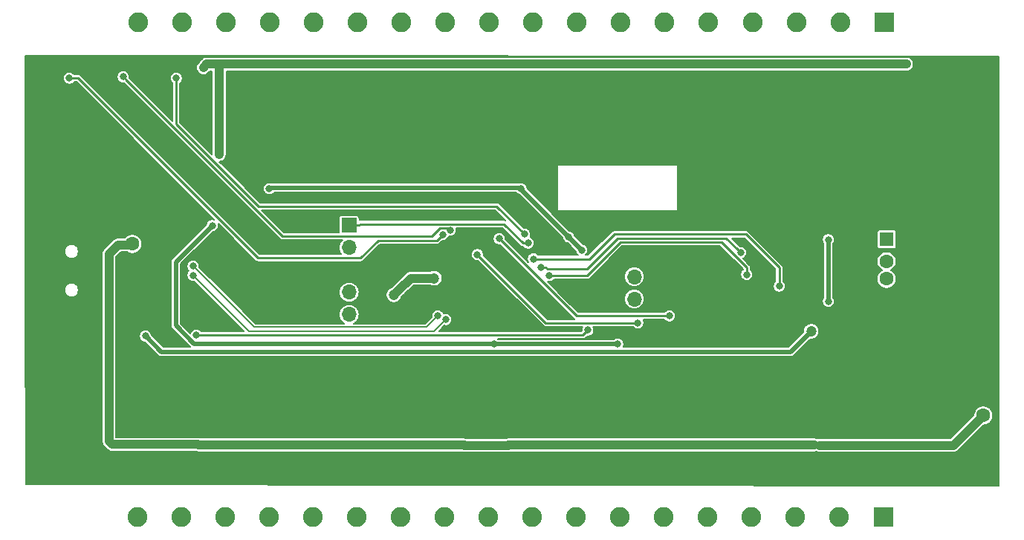
<source format=gbr>
G04 #@! TF.GenerationSoftware,KiCad,Pcbnew,(5.1.4)-1*
G04 #@! TF.CreationDate,2020-03-11T19:41:45+01:00*
G04 #@! TF.ProjectId,Jopen,4a6f7065-6e2e-46b6-9963-61645f706362,rev?*
G04 #@! TF.SameCoordinates,Original*
G04 #@! TF.FileFunction,Copper,L1,Top*
G04 #@! TF.FilePolarity,Positive*
%FSLAX46Y46*%
G04 Gerber Fmt 4.6, Leading zero omitted, Abs format (unit mm)*
G04 Created by KiCad (PCBNEW (5.1.4)-1) date 2020-03-11 19:41:45*
%MOMM*%
%LPD*%
G04 APERTURE LIST*
%ADD10O,1.700000X1.700000*%
%ADD11R,1.700000X1.700000*%
%ADD12C,2.250000*%
%ADD13R,2.250000X2.250000*%
%ADD14C,1.600000*%
%ADD15R,1.600000X1.600000*%
%ADD16C,3.000000*%
%ADD17C,0.800000*%
%ADD18C,1.200000*%
%ADD19C,1.000000*%
%ADD20C,0.250000*%
%ADD21C,0.500000*%
%ADD22C,0.300000*%
%ADD23C,0.200000*%
G04 APERTURE END LIST*
D10*
X126100000Y-97040000D03*
X126100000Y-94500000D03*
X126100000Y-91960000D03*
X126100000Y-89420000D03*
D11*
X126100000Y-86880000D03*
D12*
X101950000Y-120150000D03*
X106950000Y-120150000D03*
X111950000Y-120150000D03*
X116950000Y-120150000D03*
X121950000Y-120150000D03*
X126950000Y-120150000D03*
X131950000Y-120150000D03*
X136950000Y-120150000D03*
X141950000Y-120150000D03*
X146950000Y-120150000D03*
X151950000Y-120150000D03*
X156950000Y-120150000D03*
X161950000Y-120150000D03*
X166950000Y-120150000D03*
X171950000Y-120150000D03*
X176950000Y-120150000D03*
X181950000Y-120150000D03*
D13*
X186950000Y-120150000D03*
D12*
X102050000Y-63750000D03*
X107050000Y-63750000D03*
X112050000Y-63750000D03*
X117050000Y-63750000D03*
X122050000Y-63750000D03*
X127050000Y-63750000D03*
X132050000Y-63750000D03*
X137050000Y-63750000D03*
X142050000Y-63750000D03*
X147050000Y-63750000D03*
X152050000Y-63750000D03*
X157050000Y-63750000D03*
X162050000Y-63750000D03*
X167050000Y-63750000D03*
X172050000Y-63750000D03*
X177050000Y-63750000D03*
X182050000Y-63750000D03*
D13*
X187050000Y-63750000D03*
D10*
X158600000Y-95280000D03*
X158600000Y-92740000D03*
D11*
X158600000Y-90200000D03*
D14*
X187330000Y-95480000D03*
X187330000Y-92980000D03*
X187330000Y-90980000D03*
D15*
X187330000Y-88480000D03*
D16*
X190040000Y-85410000D03*
X190040000Y-98550000D03*
D17*
X145200000Y-80300000D03*
X142300000Y-89500000D03*
X145300000Y-103800000D03*
X132100000Y-90300000D03*
X122600000Y-87100000D03*
X120600000Y-86200000D03*
X133100000Y-83700000D03*
X121350000Y-83750000D03*
X124900000Y-81500000D03*
X130750000Y-81350000D03*
X118700000Y-79000000D03*
X107500000Y-79850000D03*
X105750000Y-85550000D03*
X120400000Y-91750000D03*
X120500000Y-93950000D03*
X120600000Y-96350000D03*
X118800000Y-97300000D03*
X116050000Y-97200000D03*
X122800000Y-97350000D03*
X132750000Y-97150000D03*
X102850000Y-103700000D03*
X113550000Y-103350000D03*
X118800000Y-114200000D03*
X128700000Y-104550000D03*
X133450000Y-104700000D03*
X148900000Y-104250000D03*
X173200000Y-104700000D03*
X184300000Y-100900000D03*
X184800000Y-109950000D03*
X95100000Y-101050000D03*
X108050000Y-103850000D03*
X117900000Y-104050000D03*
X123150000Y-104150000D03*
X139800000Y-103500000D03*
X152300000Y-104550000D03*
X178300000Y-104600000D03*
X195450000Y-101700000D03*
X196000000Y-91950000D03*
X197300000Y-76600000D03*
X182350000Y-79200000D03*
X175750000Y-82400000D03*
X171300000Y-78750000D03*
X161300000Y-78750000D03*
X141100000Y-79450000D03*
X136400000Y-79500000D03*
X92050000Y-82050000D03*
X111950000Y-83700000D03*
X110150000Y-98000000D03*
X172850000Y-96950000D03*
X162800000Y-90600000D03*
X144200000Y-96200000D03*
X139950000Y-92200000D03*
X146950000Y-94000000D03*
X100600000Y-81700000D03*
X192250000Y-75200000D03*
X193450000Y-78750000D03*
X189000000Y-113950000D03*
X192800000Y-109850000D03*
X184450000Y-114050000D03*
X189100000Y-102200000D03*
D14*
X101400000Y-89000000D03*
D17*
X189600000Y-68500000D03*
X184600000Y-68500000D03*
X179600000Y-68500000D03*
X174500000Y-68500000D03*
X169600000Y-68500000D03*
X164700000Y-68500000D03*
X159700000Y-68500000D03*
X154700000Y-68500000D03*
X149700000Y-68500000D03*
X144700000Y-68500000D03*
X139700000Y-68500000D03*
X134800000Y-68500000D03*
X129700000Y-68500000D03*
X124700000Y-68500000D03*
X119800000Y-68500000D03*
X115000000Y-68500000D03*
D18*
X135800000Y-92900000D03*
D17*
X110500000Y-86900000D03*
X152600000Y-89700000D03*
X151106891Y-88206891D03*
X145700000Y-82700000D03*
X117000000Y-82700000D03*
X156700000Y-100400000D03*
X142600000Y-100400000D03*
X109500000Y-68900000D03*
X111300000Y-78800000D03*
X104100002Y-111850000D03*
X108900000Y-111899998D03*
X114100000Y-111900000D03*
X119200000Y-111900000D03*
X124300000Y-111900000D03*
X129149998Y-111900000D03*
X134250000Y-111900004D03*
X139250000Y-111950000D03*
X144250000Y-111900000D03*
X149100000Y-111899998D03*
X154200000Y-111900000D03*
X159100000Y-111900000D03*
X164250000Y-111900000D03*
X169150000Y-111899998D03*
X174350000Y-111899996D03*
X179150000Y-111949998D03*
X98750000Y-111500006D03*
D14*
X198350000Y-108550000D03*
D18*
X131202910Y-94811073D03*
D17*
X102900000Y-99500000D03*
X180700000Y-95550002D03*
X180700000Y-88500008D03*
D18*
X178750000Y-98949996D03*
D17*
X146500000Y-88900000D03*
X162600000Y-97200000D03*
X143200000Y-88400000D03*
X140700000Y-90200000D03*
X159000000Y-98000000D03*
X106400000Y-70100000D03*
X146100000Y-87900000D03*
X136762662Y-87937342D03*
X94200000Y-70100000D03*
X137631012Y-87441366D03*
X100350012Y-69949988D03*
X108700000Y-99400000D03*
X153300000Y-98800000D03*
X108300000Y-91525000D03*
X136200000Y-97200000D03*
X108300000Y-92575000D03*
X137109893Y-97614871D03*
X148000000Y-91700000D03*
X170702660Y-89977340D03*
X175100000Y-93800000D03*
X147100000Y-90700000D03*
X171400006Y-92500000D03*
X148900000Y-92600000D03*
D19*
X184600000Y-68500000D02*
X189600000Y-68500000D01*
X179600000Y-68500000D02*
X184600000Y-68500000D01*
X174500000Y-68500000D02*
X179600000Y-68500000D01*
X169600000Y-68500000D02*
X174500000Y-68500000D01*
X164700000Y-68500000D02*
X169600000Y-68500000D01*
X159700000Y-68500000D02*
X164700000Y-68500000D01*
X154700000Y-68500000D02*
X159700000Y-68500000D01*
X149700000Y-68500000D02*
X154700000Y-68500000D01*
X144700000Y-68500000D02*
X149700000Y-68500000D01*
X139700000Y-68500000D02*
X144700000Y-68500000D01*
X134800000Y-68500000D02*
X139700000Y-68500000D01*
X129700000Y-68500000D02*
X134800000Y-68500000D01*
X124700000Y-68500000D02*
X129700000Y-68500000D01*
X119800000Y-68500000D02*
X124700000Y-68500000D01*
X115000000Y-68500000D02*
X119800000Y-68500000D01*
X112100000Y-68500000D02*
X115000000Y-68500000D01*
D20*
X101400000Y-89000000D02*
X101400000Y-89565685D01*
D21*
X152600000Y-89700000D02*
X151106891Y-88206891D01*
X151106891Y-88206891D02*
X145700000Y-82800000D01*
X145700000Y-82800000D02*
X145700000Y-82700000D01*
X145600000Y-82600000D02*
X145700000Y-82700000D01*
X117000000Y-82700000D02*
X117100000Y-82600000D01*
X117100000Y-82600000D02*
X145600000Y-82600000D01*
X110500000Y-86900000D02*
X106349999Y-91050001D01*
X156134315Y-100400000D02*
X156700000Y-100400000D01*
X106349999Y-98308001D02*
X108441998Y-100400000D01*
X106349999Y-91050001D02*
X106349999Y-98308001D01*
X108441998Y-100400000D02*
X142600000Y-100400000D01*
X142600000Y-100400000D02*
X156134315Y-100400000D01*
D19*
X112100000Y-68500000D02*
X109900000Y-68500000D01*
X109900000Y-68500000D02*
X109500000Y-68900000D01*
X104100002Y-111850000D02*
X108850002Y-111850000D01*
D20*
X108850002Y-111850000D02*
X108900000Y-111899998D01*
D19*
X108900000Y-111899998D02*
X114099998Y-111899998D01*
D20*
X114099998Y-111899998D02*
X114100000Y-111900000D01*
D19*
X114100000Y-111900000D02*
X119200000Y-111900000D01*
X119200000Y-111900000D02*
X124300000Y-111900000D01*
X124300000Y-111900000D02*
X129149998Y-111900000D01*
X129149998Y-111900000D02*
X134249996Y-111900000D01*
D20*
X134249996Y-111900000D02*
X134250000Y-111900004D01*
D19*
X134250000Y-111900004D02*
X139200004Y-111900004D01*
D20*
X139200004Y-111900004D02*
X139250000Y-111950000D01*
D19*
X139250000Y-111950000D02*
X144200000Y-111950000D01*
D20*
X144200000Y-111950000D02*
X144250000Y-111900000D01*
D19*
X144250000Y-111900000D02*
X149099998Y-111900000D01*
D20*
X149099998Y-111900000D02*
X149100000Y-111899998D01*
D19*
X149100000Y-111899998D02*
X154199998Y-111899998D01*
D20*
X154199998Y-111899998D02*
X154200000Y-111900000D01*
D19*
X154200000Y-111900000D02*
X159100000Y-111900000D01*
X159100000Y-111900000D02*
X164250000Y-111900000D01*
D20*
X169149998Y-111900000D02*
X169150000Y-111899998D01*
D19*
X164250000Y-111900000D02*
X169149998Y-111900000D01*
X169150000Y-111899998D02*
X174349998Y-111899998D01*
D20*
X174349998Y-111899998D02*
X174350000Y-111899996D01*
D22*
X179715685Y-111949998D02*
X179150000Y-111949998D01*
D19*
X174350000Y-111899996D02*
X179099998Y-111899996D01*
D20*
X179099998Y-111899996D02*
X179150000Y-111949998D01*
D21*
X101400000Y-89000000D02*
X101400000Y-89100000D01*
D19*
X104100002Y-111850000D02*
X99099994Y-111850000D01*
X99099994Y-111850000D02*
X98750000Y-111500006D01*
X197550001Y-109349999D02*
X198350000Y-108550000D01*
X194950002Y-111949998D02*
X197550001Y-109349999D01*
X179715685Y-111949998D02*
X194950002Y-111949998D01*
X111300000Y-78234315D02*
X111300000Y-78800000D01*
X111300000Y-68600000D02*
X111300000Y-78234315D01*
X112100000Y-68500000D02*
X111200000Y-68500000D01*
X111200000Y-68500000D02*
X111300000Y-68600000D01*
X98750000Y-90150000D02*
X98750000Y-111500006D01*
X101400000Y-89100000D02*
X99800000Y-89100000D01*
X99800000Y-89100000D02*
X98750000Y-90150000D01*
X133113983Y-92900000D02*
X131802909Y-94211074D01*
X131802909Y-94211074D02*
X131202910Y-94811073D01*
X135800000Y-92900000D02*
X133113983Y-92900000D01*
D21*
X180700000Y-95550002D02*
X180700000Y-88500008D01*
X178350001Y-99349995D02*
X178750000Y-98949996D01*
X176399997Y-101299999D02*
X178350001Y-99349995D01*
X104699999Y-101299999D02*
X176399997Y-101299999D01*
X102900000Y-99500000D02*
X104699999Y-101299999D01*
D20*
X127200000Y-86880000D02*
X126100000Y-86880000D01*
X143716364Y-86716364D02*
X127363636Y-86716364D01*
X146500000Y-88900000D02*
X145900000Y-88900000D01*
X127363636Y-86716364D02*
X127200000Y-86880000D01*
X145900000Y-88900000D02*
X143716364Y-86716364D01*
X162600000Y-97200000D02*
X152000000Y-97200000D01*
X152000000Y-97200000D02*
X143200000Y-88400000D01*
X140700000Y-90200000D02*
X148500000Y-98000000D01*
X148500000Y-98000000D02*
X159000000Y-98000000D01*
X115800000Y-84700000D02*
X142900000Y-84700000D01*
X142900000Y-84700000D02*
X146100000Y-87900000D01*
X106400000Y-70100000D02*
X106400000Y-75300000D01*
X106400000Y-75300000D02*
X115800000Y-84700000D01*
X127400000Y-90600000D02*
X115715685Y-90600000D01*
X115715685Y-90600000D02*
X95215685Y-70100000D01*
X94765685Y-70100000D02*
X94200000Y-70100000D01*
X129412659Y-88587341D02*
X127400000Y-90600000D01*
X136762662Y-87937342D02*
X136112663Y-88587341D01*
X95215685Y-70100000D02*
X94765685Y-70100000D01*
X136112663Y-88587341D02*
X129412659Y-88587341D01*
X118502523Y-88102499D02*
X100750011Y-70349987D01*
X100750011Y-70349987D02*
X100350012Y-69949988D01*
X135524503Y-88102499D02*
X118502523Y-88102499D01*
X136414661Y-87212341D02*
X135524503Y-88102499D01*
X137401987Y-87212341D02*
X136414661Y-87212341D01*
X137631012Y-87441366D02*
X137401987Y-87212341D01*
X152700000Y-99400000D02*
X153300000Y-98800000D01*
X108700000Y-99400000D02*
X152700000Y-99400000D01*
D23*
X135800001Y-97599999D02*
X136200000Y-97200000D01*
X108300000Y-91525000D02*
X115250000Y-98475000D01*
X115250000Y-98475000D02*
X134925000Y-98475000D01*
X134925000Y-98475000D02*
X135800001Y-97599999D01*
X135799764Y-98925000D02*
X136709894Y-98014870D01*
X114650000Y-98925000D02*
X135799764Y-98925000D01*
X136709894Y-98014870D02*
X137109893Y-97614871D01*
X108300000Y-92575000D02*
X114650000Y-98925000D01*
D20*
X148000000Y-91700000D02*
X148565685Y-91700000D01*
X156650010Y-88349990D02*
X169075310Y-88349990D01*
X170302661Y-89577341D02*
X170702660Y-89977340D01*
X153200000Y-91800000D02*
X156650010Y-88349990D01*
X169075310Y-88349990D02*
X170302661Y-89577341D01*
X148565685Y-91700000D02*
X148665685Y-91800000D01*
X148665685Y-91800000D02*
X153200000Y-91800000D01*
X147100000Y-90700000D02*
X153500000Y-90700000D01*
X156300020Y-87899980D02*
X171299980Y-87899980D01*
X153500000Y-90700000D02*
X156300020Y-87899980D01*
X175100000Y-91700000D02*
X175100000Y-93800000D01*
X171299980Y-87899980D02*
X175100000Y-91700000D01*
X171400006Y-91700006D02*
X171400006Y-92500000D01*
X168500000Y-88800000D02*
X171400006Y-91700006D01*
X153200000Y-92600000D02*
X157000000Y-88800000D01*
X157000000Y-88800000D02*
X168500000Y-88800000D01*
X148900000Y-92600000D02*
X153200000Y-92600000D01*
D23*
G36*
X200149898Y-67649910D02*
G01*
X200100102Y-116599820D01*
X89249898Y-116400180D01*
X89227239Y-94170222D01*
X93650000Y-94170222D01*
X93650000Y-94329778D01*
X93681128Y-94486268D01*
X93742188Y-94633679D01*
X93830832Y-94766345D01*
X93943655Y-94879168D01*
X94076321Y-94967812D01*
X94223732Y-95028872D01*
X94380222Y-95060000D01*
X94539778Y-95060000D01*
X94696268Y-95028872D01*
X94843679Y-94967812D01*
X94976345Y-94879168D01*
X95089168Y-94766345D01*
X95177812Y-94633679D01*
X95238872Y-94486268D01*
X95270000Y-94329778D01*
X95270000Y-94170222D01*
X95238872Y-94013732D01*
X95177812Y-93866321D01*
X95089168Y-93733655D01*
X94976345Y-93620832D01*
X94843679Y-93532188D01*
X94696268Y-93471128D01*
X94539778Y-93440000D01*
X94380222Y-93440000D01*
X94223732Y-93471128D01*
X94076321Y-93532188D01*
X93943655Y-93620832D01*
X93830832Y-93733655D01*
X93742188Y-93866321D01*
X93681128Y-94013732D01*
X93650000Y-94170222D01*
X89227239Y-94170222D01*
X89222754Y-89770222D01*
X93650000Y-89770222D01*
X93650000Y-89929778D01*
X93681128Y-90086268D01*
X93742188Y-90233679D01*
X93830832Y-90366345D01*
X93943655Y-90479168D01*
X94076321Y-90567812D01*
X94223732Y-90628872D01*
X94380222Y-90660000D01*
X94539778Y-90660000D01*
X94696268Y-90628872D01*
X94843679Y-90567812D01*
X94976345Y-90479168D01*
X95089168Y-90366345D01*
X95177812Y-90233679D01*
X95212473Y-90150000D01*
X97936081Y-90150000D01*
X97940000Y-90189788D01*
X97940001Y-111460208D01*
X97936081Y-111500006D01*
X97948211Y-111623156D01*
X97951721Y-111658794D01*
X97986399Y-111773112D01*
X97998038Y-111811479D01*
X98073251Y-111952195D01*
X98119696Y-112008788D01*
X98174473Y-112075534D01*
X98205383Y-112100901D01*
X98499094Y-112394612D01*
X98524466Y-112425528D01*
X98647805Y-112526749D01*
X98788521Y-112601963D01*
X98941206Y-112648280D01*
X99060203Y-112660000D01*
X99060205Y-112660000D01*
X99099993Y-112663919D01*
X99139781Y-112660000D01*
X108615028Y-112660000D01*
X108741212Y-112698278D01*
X108860209Y-112709998D01*
X114060189Y-112709998D01*
X114060209Y-112710000D01*
X134210168Y-112710000D01*
X134210209Y-112710004D01*
X138965034Y-112710004D01*
X139091212Y-112748280D01*
X139210209Y-112760000D01*
X144239791Y-112760000D01*
X144358788Y-112748280D01*
X144484979Y-112710000D01*
X149139789Y-112710000D01*
X149139809Y-112709998D01*
X154160189Y-112709998D01*
X154160209Y-112710000D01*
X169189789Y-112710000D01*
X169189809Y-112709998D01*
X174389789Y-112709998D01*
X174389809Y-112709996D01*
X179139789Y-112709996D01*
X179258786Y-112698276D01*
X179347162Y-112671467D01*
X179404212Y-112701961D01*
X179556897Y-112748278D01*
X179675894Y-112759998D01*
X194910214Y-112759998D01*
X194950002Y-112763917D01*
X194989790Y-112759998D01*
X194989793Y-112759998D01*
X195108790Y-112748278D01*
X195261475Y-112701961D01*
X195402191Y-112626747D01*
X195525530Y-112525526D01*
X195550902Y-112494611D01*
X198150894Y-109894619D01*
X198150898Y-109894614D01*
X198385512Y-109660000D01*
X198459325Y-109660000D01*
X198673775Y-109617343D01*
X198875782Y-109533669D01*
X199057584Y-109412193D01*
X199212193Y-109257584D01*
X199333669Y-109075782D01*
X199417343Y-108873775D01*
X199460000Y-108659325D01*
X199460000Y-108440675D01*
X199417343Y-108226225D01*
X199333669Y-108024218D01*
X199212193Y-107842416D01*
X199057584Y-107687807D01*
X198875782Y-107566331D01*
X198673775Y-107482657D01*
X198459325Y-107440000D01*
X198240675Y-107440000D01*
X198026225Y-107482657D01*
X197824218Y-107566331D01*
X197642416Y-107687807D01*
X197487807Y-107842416D01*
X197366331Y-108024218D01*
X197282657Y-108226225D01*
X197240000Y-108440675D01*
X197240000Y-108514488D01*
X197005386Y-108749102D01*
X197005381Y-108749106D01*
X194614490Y-111139998D01*
X179675894Y-111139998D01*
X179556897Y-111151718D01*
X179468521Y-111178527D01*
X179411471Y-111148033D01*
X179258786Y-111101716D01*
X179139789Y-111089996D01*
X174310209Y-111089996D01*
X174310189Y-111089998D01*
X169110209Y-111089998D01*
X169110189Y-111090000D01*
X154239809Y-111090000D01*
X154239789Y-111089998D01*
X149060209Y-111089998D01*
X149060189Y-111090000D01*
X144210209Y-111090000D01*
X144091212Y-111101720D01*
X143965021Y-111140000D01*
X139484970Y-111140000D01*
X139358792Y-111101724D01*
X139239795Y-111090004D01*
X134289828Y-111090004D01*
X134289787Y-111090000D01*
X114139809Y-111090000D01*
X114139789Y-111089998D01*
X109134974Y-111089998D01*
X109008790Y-111051720D01*
X108889793Y-111040000D01*
X99560000Y-111040000D01*
X99560000Y-90485512D01*
X100135513Y-89910000D01*
X100763964Y-89910000D01*
X100874218Y-89983669D01*
X101076225Y-90067343D01*
X101290675Y-90110000D01*
X101509325Y-90110000D01*
X101723775Y-90067343D01*
X101925782Y-89983669D01*
X102107584Y-89862193D01*
X102262193Y-89707584D01*
X102383669Y-89525782D01*
X102467343Y-89323775D01*
X102510000Y-89109325D01*
X102510000Y-88890675D01*
X102467343Y-88676225D01*
X102383669Y-88474218D01*
X102262193Y-88292416D01*
X102107584Y-88137807D01*
X101925782Y-88016331D01*
X101723775Y-87932657D01*
X101509325Y-87890000D01*
X101290675Y-87890000D01*
X101076225Y-87932657D01*
X100874218Y-88016331D01*
X100692416Y-88137807D01*
X100540223Y-88290000D01*
X99839787Y-88290000D01*
X99799999Y-88286081D01*
X99760211Y-88290000D01*
X99760209Y-88290000D01*
X99641212Y-88301720D01*
X99488527Y-88348037D01*
X99445014Y-88371295D01*
X99347810Y-88423251D01*
X99296939Y-88465000D01*
X99224472Y-88524472D01*
X99199105Y-88555382D01*
X98205387Y-89549101D01*
X98174472Y-89574472D01*
X98113714Y-89648507D01*
X98073251Y-89697811D01*
X98053642Y-89734498D01*
X97998037Y-89838528D01*
X97951720Y-89991213D01*
X97944688Y-90062614D01*
X97936081Y-90150000D01*
X95212473Y-90150000D01*
X95238872Y-90086268D01*
X95270000Y-89929778D01*
X95270000Y-89770222D01*
X95238872Y-89613732D01*
X95177812Y-89466321D01*
X95089168Y-89333655D01*
X94976345Y-89220832D01*
X94843679Y-89132188D01*
X94696268Y-89071128D01*
X94539778Y-89040000D01*
X94380222Y-89040000D01*
X94223732Y-89071128D01*
X94076321Y-89132188D01*
X93943655Y-89220832D01*
X93830832Y-89333655D01*
X93742188Y-89466321D01*
X93681128Y-89613732D01*
X93650000Y-89770222D01*
X89222754Y-89770222D01*
X89202631Y-70030071D01*
X93490000Y-70030071D01*
X93490000Y-70169929D01*
X93517285Y-70307099D01*
X93570807Y-70436311D01*
X93648507Y-70552598D01*
X93747402Y-70651493D01*
X93863689Y-70729193D01*
X93992901Y-70782715D01*
X94130071Y-70810000D01*
X94269929Y-70810000D01*
X94407099Y-70782715D01*
X94536311Y-70729193D01*
X94652598Y-70651493D01*
X94751493Y-70552598D01*
X94763252Y-70535000D01*
X95035503Y-70535000D01*
X110725345Y-86224843D01*
X110707099Y-86217285D01*
X110569929Y-86190000D01*
X110430071Y-86190000D01*
X110292901Y-86217285D01*
X110163689Y-86270807D01*
X110047402Y-86348507D01*
X109948507Y-86447402D01*
X109870807Y-86563689D01*
X109817285Y-86692901D01*
X109792987Y-86815054D01*
X105973468Y-90634573D01*
X105952104Y-90652106D01*
X105882124Y-90737377D01*
X105830124Y-90834663D01*
X105798102Y-90940223D01*
X105789999Y-91022496D01*
X105789999Y-91022505D01*
X105787291Y-91050001D01*
X105789999Y-91077497D01*
X105790000Y-98280495D01*
X105787291Y-98308001D01*
X105798103Y-98417780D01*
X105830125Y-98523340D01*
X105882124Y-98620625D01*
X105934570Y-98684531D01*
X105934577Y-98684538D01*
X105952105Y-98705896D01*
X105973463Y-98723424D01*
X107990037Y-100739999D01*
X104931959Y-100739999D01*
X103607013Y-99415054D01*
X103582715Y-99292901D01*
X103529193Y-99163689D01*
X103451493Y-99047402D01*
X103352598Y-98948507D01*
X103236311Y-98870807D01*
X103107099Y-98817285D01*
X102969929Y-98790000D01*
X102830071Y-98790000D01*
X102692901Y-98817285D01*
X102563689Y-98870807D01*
X102447402Y-98948507D01*
X102348507Y-99047402D01*
X102270807Y-99163689D01*
X102217285Y-99292901D01*
X102190000Y-99430071D01*
X102190000Y-99569929D01*
X102217285Y-99707099D01*
X102270807Y-99836311D01*
X102348507Y-99952598D01*
X102447402Y-100051493D01*
X102563689Y-100129193D01*
X102692901Y-100182715D01*
X102815054Y-100207013D01*
X104284576Y-101676536D01*
X104302104Y-101697894D01*
X104323462Y-101715422D01*
X104323468Y-101715428D01*
X104387374Y-101767874D01*
X104439374Y-101795668D01*
X104484660Y-101819874D01*
X104590220Y-101851896D01*
X104672493Y-101859999D01*
X104672503Y-101859999D01*
X104699999Y-101862707D01*
X104727495Y-101859999D01*
X176372501Y-101859999D01*
X176399997Y-101862707D01*
X176427493Y-101859999D01*
X176427503Y-101859999D01*
X176509776Y-101851896D01*
X176615336Y-101819874D01*
X176712621Y-101767874D01*
X176797892Y-101697894D01*
X176815425Y-101676530D01*
X178636674Y-99855282D01*
X178660373Y-99859996D01*
X178839627Y-99859996D01*
X179015437Y-99825025D01*
X179181047Y-99756427D01*
X179330091Y-99656839D01*
X179456843Y-99530087D01*
X179556431Y-99381043D01*
X179625029Y-99215433D01*
X179660000Y-99039623D01*
X179660000Y-98860369D01*
X179625029Y-98684559D01*
X179556431Y-98518949D01*
X179456843Y-98369905D01*
X179330091Y-98243153D01*
X179181047Y-98143565D01*
X179015437Y-98074967D01*
X178839627Y-98039996D01*
X178660373Y-98039996D01*
X178484563Y-98074967D01*
X178318953Y-98143565D01*
X178169909Y-98243153D01*
X178043157Y-98369905D01*
X177943569Y-98518949D01*
X177874971Y-98684559D01*
X177840000Y-98860369D01*
X177840000Y-99039623D01*
X177844714Y-99063322D01*
X176168038Y-100739999D01*
X157326729Y-100739999D01*
X157329193Y-100736311D01*
X157382715Y-100607099D01*
X157410000Y-100469929D01*
X157410000Y-100330071D01*
X157382715Y-100192901D01*
X157329193Y-100063689D01*
X157251493Y-99947402D01*
X157152598Y-99848507D01*
X157036311Y-99770807D01*
X156907099Y-99717285D01*
X156769929Y-99690000D01*
X156630071Y-99690000D01*
X156492901Y-99717285D01*
X156363689Y-99770807D01*
X156260134Y-99840000D01*
X143039866Y-99840000D01*
X143032383Y-99835000D01*
X152678646Y-99835000D01*
X152700000Y-99837103D01*
X152721354Y-99835000D01*
X152721362Y-99835000D01*
X152785275Y-99828705D01*
X152867272Y-99803831D01*
X152942842Y-99763439D01*
X153009079Y-99709079D01*
X153022700Y-99692482D01*
X153209312Y-99505871D01*
X153230071Y-99510000D01*
X153369929Y-99510000D01*
X153507099Y-99482715D01*
X153636311Y-99429193D01*
X153752598Y-99351493D01*
X153851493Y-99252598D01*
X153929193Y-99136311D01*
X153982715Y-99007099D01*
X154010000Y-98869929D01*
X154010000Y-98730071D01*
X153982715Y-98592901D01*
X153929193Y-98463689D01*
X153910024Y-98435000D01*
X158436748Y-98435000D01*
X158448507Y-98452598D01*
X158547402Y-98551493D01*
X158663689Y-98629193D01*
X158792901Y-98682715D01*
X158930071Y-98710000D01*
X159069929Y-98710000D01*
X159207099Y-98682715D01*
X159336311Y-98629193D01*
X159452598Y-98551493D01*
X159551493Y-98452598D01*
X159629193Y-98336311D01*
X159682715Y-98207099D01*
X159710000Y-98069929D01*
X159710000Y-97930071D01*
X159682715Y-97792901D01*
X159629193Y-97663689D01*
X159610024Y-97635000D01*
X162036748Y-97635000D01*
X162048507Y-97652598D01*
X162147402Y-97751493D01*
X162263689Y-97829193D01*
X162392901Y-97882715D01*
X162530071Y-97910000D01*
X162669929Y-97910000D01*
X162807099Y-97882715D01*
X162936311Y-97829193D01*
X163052598Y-97751493D01*
X163151493Y-97652598D01*
X163229193Y-97536311D01*
X163282715Y-97407099D01*
X163310000Y-97269929D01*
X163310000Y-97130071D01*
X163282715Y-96992901D01*
X163229193Y-96863689D01*
X163151493Y-96747402D01*
X163052598Y-96648507D01*
X162936311Y-96570807D01*
X162807099Y-96517285D01*
X162669929Y-96490000D01*
X162530071Y-96490000D01*
X162392901Y-96517285D01*
X162263689Y-96570807D01*
X162147402Y-96648507D01*
X162048507Y-96747402D01*
X162036748Y-96765000D01*
X152180183Y-96765000D01*
X150695183Y-95280000D01*
X157434388Y-95280000D01*
X157456785Y-95507400D01*
X157523115Y-95726060D01*
X157630829Y-95927579D01*
X157775788Y-96104212D01*
X157952421Y-96249171D01*
X158153940Y-96356885D01*
X158372600Y-96423215D01*
X158543021Y-96440000D01*
X158656979Y-96440000D01*
X158827400Y-96423215D01*
X159046060Y-96356885D01*
X159247579Y-96249171D01*
X159424212Y-96104212D01*
X159569171Y-95927579D01*
X159676885Y-95726060D01*
X159743215Y-95507400D01*
X159765612Y-95280000D01*
X159743215Y-95052600D01*
X159676885Y-94833940D01*
X159569171Y-94632421D01*
X159424212Y-94455788D01*
X159247579Y-94310829D01*
X159046060Y-94203115D01*
X158827400Y-94136785D01*
X158656979Y-94120000D01*
X158543021Y-94120000D01*
X158372600Y-94136785D01*
X158153940Y-94203115D01*
X157952421Y-94310829D01*
X157775788Y-94455788D01*
X157630829Y-94632421D01*
X157523115Y-94833940D01*
X157456785Y-95052600D01*
X157434388Y-95280000D01*
X150695183Y-95280000D01*
X148699138Y-93283956D01*
X148830071Y-93310000D01*
X148969929Y-93310000D01*
X149107099Y-93282715D01*
X149236311Y-93229193D01*
X149352598Y-93151493D01*
X149451493Y-93052598D01*
X149463252Y-93035000D01*
X153178646Y-93035000D01*
X153200000Y-93037103D01*
X153221354Y-93035000D01*
X153221362Y-93035000D01*
X153285275Y-93028705D01*
X153367272Y-93003831D01*
X153442842Y-92963439D01*
X153509079Y-92909079D01*
X153522700Y-92892482D01*
X153675182Y-92740000D01*
X157434388Y-92740000D01*
X157456785Y-92967400D01*
X157523115Y-93186060D01*
X157630829Y-93387579D01*
X157775788Y-93564212D01*
X157952421Y-93709171D01*
X158153940Y-93816885D01*
X158372600Y-93883215D01*
X158543021Y-93900000D01*
X158656979Y-93900000D01*
X158827400Y-93883215D01*
X159046060Y-93816885D01*
X159247579Y-93709171D01*
X159424212Y-93564212D01*
X159569171Y-93387579D01*
X159676885Y-93186060D01*
X159743215Y-92967400D01*
X159765612Y-92740000D01*
X159743215Y-92512600D01*
X159676885Y-92293940D01*
X159569171Y-92092421D01*
X159424212Y-91915788D01*
X159247579Y-91770829D01*
X159046060Y-91663115D01*
X158827400Y-91596785D01*
X158656979Y-91580000D01*
X158543021Y-91580000D01*
X158372600Y-91596785D01*
X158153940Y-91663115D01*
X157952421Y-91770829D01*
X157775788Y-91915788D01*
X157630829Y-92092421D01*
X157523115Y-92293940D01*
X157456785Y-92512600D01*
X157434388Y-92740000D01*
X153675182Y-92740000D01*
X157180182Y-89235000D01*
X168319818Y-89235000D01*
X170965006Y-91880189D01*
X170965006Y-91936748D01*
X170947408Y-91948507D01*
X170848513Y-92047402D01*
X170770813Y-92163689D01*
X170717291Y-92292901D01*
X170690006Y-92430071D01*
X170690006Y-92569929D01*
X170717291Y-92707099D01*
X170770813Y-92836311D01*
X170848513Y-92952598D01*
X170947408Y-93051493D01*
X171063695Y-93129193D01*
X171192907Y-93182715D01*
X171330077Y-93210000D01*
X171469935Y-93210000D01*
X171607105Y-93182715D01*
X171736317Y-93129193D01*
X171852604Y-93051493D01*
X171951499Y-92952598D01*
X172029199Y-92836311D01*
X172082721Y-92707099D01*
X172110006Y-92569929D01*
X172110006Y-92430071D01*
X172082721Y-92292901D01*
X172029199Y-92163689D01*
X171951499Y-92047402D01*
X171852604Y-91948507D01*
X171835006Y-91936748D01*
X171835006Y-91721360D01*
X171837109Y-91700006D01*
X171835006Y-91678652D01*
X171835006Y-91678644D01*
X171828711Y-91614731D01*
X171803837Y-91532734D01*
X171763445Y-91457164D01*
X171709085Y-91390927D01*
X171692495Y-91377312D01*
X170956059Y-90640877D01*
X171038971Y-90606533D01*
X171155258Y-90528833D01*
X171254153Y-90429938D01*
X171331853Y-90313651D01*
X171385375Y-90184439D01*
X171412660Y-90047269D01*
X171412660Y-89907411D01*
X171385375Y-89770241D01*
X171331853Y-89641029D01*
X171254153Y-89524742D01*
X171155258Y-89425847D01*
X171038971Y-89348147D01*
X170909759Y-89294625D01*
X170772589Y-89267340D01*
X170632731Y-89267340D01*
X170611972Y-89271469D01*
X169675482Y-88334980D01*
X171119798Y-88334980D01*
X174665000Y-91880183D01*
X174665001Y-93236748D01*
X174647402Y-93248507D01*
X174548507Y-93347402D01*
X174470807Y-93463689D01*
X174417285Y-93592901D01*
X174390000Y-93730071D01*
X174390000Y-93869929D01*
X174417285Y-94007099D01*
X174470807Y-94136311D01*
X174548507Y-94252598D01*
X174647402Y-94351493D01*
X174763689Y-94429193D01*
X174892901Y-94482715D01*
X175030071Y-94510000D01*
X175169929Y-94510000D01*
X175307099Y-94482715D01*
X175436311Y-94429193D01*
X175552598Y-94351493D01*
X175651493Y-94252598D01*
X175729193Y-94136311D01*
X175782715Y-94007099D01*
X175810000Y-93869929D01*
X175810000Y-93730071D01*
X175782715Y-93592901D01*
X175729193Y-93463689D01*
X175651493Y-93347402D01*
X175552598Y-93248507D01*
X175535000Y-93236748D01*
X175535000Y-91721354D01*
X175537103Y-91700000D01*
X175535000Y-91678644D01*
X175535000Y-91678638D01*
X175528705Y-91614725D01*
X175503831Y-91532728D01*
X175463439Y-91457158D01*
X175409079Y-91390921D01*
X175392487Y-91377304D01*
X172445262Y-88430079D01*
X179990000Y-88430079D01*
X179990000Y-88569937D01*
X180017285Y-88707107D01*
X180070807Y-88836319D01*
X180140001Y-88939876D01*
X180140000Y-95110136D01*
X180070807Y-95213691D01*
X180017285Y-95342903D01*
X179990000Y-95480073D01*
X179990000Y-95619931D01*
X180017285Y-95757101D01*
X180070807Y-95886313D01*
X180148507Y-96002600D01*
X180247402Y-96101495D01*
X180363689Y-96179195D01*
X180492901Y-96232717D01*
X180630071Y-96260002D01*
X180769929Y-96260002D01*
X180907099Y-96232717D01*
X181036311Y-96179195D01*
X181152598Y-96101495D01*
X181251493Y-96002600D01*
X181329193Y-95886313D01*
X181382715Y-95757101D01*
X181410000Y-95619931D01*
X181410000Y-95480073D01*
X181382715Y-95342903D01*
X181329193Y-95213691D01*
X181260000Y-95110136D01*
X181260000Y-90870675D01*
X186220000Y-90870675D01*
X186220000Y-91089325D01*
X186262657Y-91303775D01*
X186346331Y-91505782D01*
X186467807Y-91687584D01*
X186622416Y-91842193D01*
X186804218Y-91963669D01*
X186843645Y-91980000D01*
X186804218Y-91996331D01*
X186622416Y-92117807D01*
X186467807Y-92272416D01*
X186346331Y-92454218D01*
X186262657Y-92656225D01*
X186220000Y-92870675D01*
X186220000Y-93089325D01*
X186262657Y-93303775D01*
X186346331Y-93505782D01*
X186467807Y-93687584D01*
X186622416Y-93842193D01*
X186804218Y-93963669D01*
X187006225Y-94047343D01*
X187220675Y-94090000D01*
X187439325Y-94090000D01*
X187653775Y-94047343D01*
X187855782Y-93963669D01*
X188037584Y-93842193D01*
X188192193Y-93687584D01*
X188313669Y-93505782D01*
X188397343Y-93303775D01*
X188440000Y-93089325D01*
X188440000Y-92870675D01*
X188397343Y-92656225D01*
X188313669Y-92454218D01*
X188192193Y-92272416D01*
X188037584Y-92117807D01*
X187855782Y-91996331D01*
X187816355Y-91980000D01*
X187855782Y-91963669D01*
X188037584Y-91842193D01*
X188192193Y-91687584D01*
X188313669Y-91505782D01*
X188397343Y-91303775D01*
X188440000Y-91089325D01*
X188440000Y-90870675D01*
X188397343Y-90656225D01*
X188313669Y-90454218D01*
X188192193Y-90272416D01*
X188037584Y-90117807D01*
X187855782Y-89996331D01*
X187653775Y-89912657D01*
X187439325Y-89870000D01*
X187220675Y-89870000D01*
X187006225Y-89912657D01*
X186804218Y-89996331D01*
X186622416Y-90117807D01*
X186467807Y-90272416D01*
X186346331Y-90454218D01*
X186262657Y-90656225D01*
X186220000Y-90870675D01*
X181260000Y-90870675D01*
X181260000Y-88939874D01*
X181329193Y-88836319D01*
X181382715Y-88707107D01*
X181410000Y-88569937D01*
X181410000Y-88430079D01*
X181382715Y-88292909D01*
X181329193Y-88163697D01*
X181251493Y-88047410D01*
X181152598Y-87948515D01*
X181036311Y-87870815D01*
X180907099Y-87817293D01*
X180769929Y-87790008D01*
X180630071Y-87790008D01*
X180492901Y-87817293D01*
X180363689Y-87870815D01*
X180247402Y-87948515D01*
X180148507Y-88047410D01*
X180070807Y-88163697D01*
X180017285Y-88292909D01*
X179990000Y-88430079D01*
X172445262Y-88430079D01*
X171695183Y-87680000D01*
X186218501Y-87680000D01*
X186218501Y-89280000D01*
X186224486Y-89340770D01*
X186242212Y-89399206D01*
X186270998Y-89453060D01*
X186309737Y-89500263D01*
X186356940Y-89539002D01*
X186410794Y-89567788D01*
X186469230Y-89585514D01*
X186530000Y-89591499D01*
X188130000Y-89591499D01*
X188190770Y-89585514D01*
X188249206Y-89567788D01*
X188303060Y-89539002D01*
X188350263Y-89500263D01*
X188389002Y-89453060D01*
X188417788Y-89399206D01*
X188435514Y-89340770D01*
X188441499Y-89280000D01*
X188441499Y-87680000D01*
X188435514Y-87619230D01*
X188417788Y-87560794D01*
X188389002Y-87506940D01*
X188350263Y-87459737D01*
X188303060Y-87420998D01*
X188249206Y-87392212D01*
X188190770Y-87374486D01*
X188130000Y-87368501D01*
X186530000Y-87368501D01*
X186469230Y-87374486D01*
X186410794Y-87392212D01*
X186356940Y-87420998D01*
X186309737Y-87459737D01*
X186270998Y-87506940D01*
X186242212Y-87560794D01*
X186224486Y-87619230D01*
X186218501Y-87680000D01*
X171695183Y-87680000D01*
X171622680Y-87607498D01*
X171609059Y-87590901D01*
X171542822Y-87536541D01*
X171467252Y-87496149D01*
X171385255Y-87471275D01*
X171321342Y-87464980D01*
X171321334Y-87464980D01*
X171299980Y-87462877D01*
X171278626Y-87464980D01*
X156321373Y-87464980D01*
X156300019Y-87462877D01*
X156278665Y-87464980D01*
X156278658Y-87464980D01*
X156223034Y-87470459D01*
X156214744Y-87471275D01*
X156189870Y-87478821D01*
X156132748Y-87496149D01*
X156057178Y-87536541D01*
X155990941Y-87590901D01*
X155977325Y-87607492D01*
X153319818Y-90265000D01*
X153032383Y-90265000D01*
X153052598Y-90251493D01*
X153151493Y-90152598D01*
X153229193Y-90036311D01*
X153282715Y-89907099D01*
X153310000Y-89769929D01*
X153310000Y-89630071D01*
X153282715Y-89492901D01*
X153229193Y-89363689D01*
X153151493Y-89247402D01*
X153052598Y-89148507D01*
X152936311Y-89070807D01*
X152807099Y-89017285D01*
X152684947Y-88992987D01*
X151813904Y-88121945D01*
X151789606Y-87999792D01*
X151736084Y-87870580D01*
X151658384Y-87754293D01*
X151559489Y-87655398D01*
X151443202Y-87577698D01*
X151313990Y-87524176D01*
X151191837Y-87499878D01*
X146410000Y-82718041D01*
X146410000Y-82630071D01*
X146382715Y-82492901D01*
X146329193Y-82363689D01*
X146251493Y-82247402D01*
X146152598Y-82148507D01*
X146036311Y-82070807D01*
X145907099Y-82017285D01*
X145769929Y-81990000D01*
X145630071Y-81990000D01*
X145492901Y-82017285D01*
X145438063Y-82040000D01*
X117261937Y-82040000D01*
X117207099Y-82017285D01*
X117069929Y-81990000D01*
X116930071Y-81990000D01*
X116792901Y-82017285D01*
X116663689Y-82070807D01*
X116547402Y-82148507D01*
X116448507Y-82247402D01*
X116370807Y-82363689D01*
X116317285Y-82492901D01*
X116290000Y-82630071D01*
X116290000Y-82769929D01*
X116317285Y-82907099D01*
X116370807Y-83036311D01*
X116448507Y-83152598D01*
X116547402Y-83251493D01*
X116663689Y-83329193D01*
X116792901Y-83382715D01*
X116930071Y-83410000D01*
X117069929Y-83410000D01*
X117207099Y-83382715D01*
X117336311Y-83329193D01*
X117452598Y-83251493D01*
X117544091Y-83160000D01*
X145155909Y-83160000D01*
X145247402Y-83251493D01*
X145363689Y-83329193D01*
X145489239Y-83381198D01*
X150399878Y-88291837D01*
X150424176Y-88413990D01*
X150477698Y-88543202D01*
X150555398Y-88659489D01*
X150654293Y-88758384D01*
X150770580Y-88836084D01*
X150899792Y-88889606D01*
X151021945Y-88913904D01*
X151892987Y-89784947D01*
X151917285Y-89907099D01*
X151970807Y-90036311D01*
X152048507Y-90152598D01*
X152147402Y-90251493D01*
X152167617Y-90265000D01*
X147663252Y-90265000D01*
X147651493Y-90247402D01*
X147552598Y-90148507D01*
X147436311Y-90070807D01*
X147307099Y-90017285D01*
X147169929Y-89990000D01*
X147030071Y-89990000D01*
X146892901Y-90017285D01*
X146763689Y-90070807D01*
X146647402Y-90148507D01*
X146548507Y-90247402D01*
X146470807Y-90363689D01*
X146417285Y-90492901D01*
X146390000Y-90630071D01*
X146390000Y-90769929D01*
X146417285Y-90907099D01*
X146470807Y-91036311D01*
X146509698Y-91094515D01*
X143905871Y-88490689D01*
X143910000Y-88469929D01*
X143910000Y-88330071D01*
X143882715Y-88192901D01*
X143829193Y-88063689D01*
X143751493Y-87947402D01*
X143652598Y-87848507D01*
X143536311Y-87770807D01*
X143407099Y-87717285D01*
X143269929Y-87690000D01*
X143130071Y-87690000D01*
X142992901Y-87717285D01*
X142863689Y-87770807D01*
X142747402Y-87848507D01*
X142648507Y-87947402D01*
X142570807Y-88063689D01*
X142517285Y-88192901D01*
X142490000Y-88330071D01*
X142490000Y-88469929D01*
X142517285Y-88607099D01*
X142570807Y-88736311D01*
X142648507Y-88852598D01*
X142747402Y-88951493D01*
X142863689Y-89029193D01*
X142992901Y-89082715D01*
X143130071Y-89110000D01*
X143269929Y-89110000D01*
X143290689Y-89105871D01*
X151677305Y-97492488D01*
X151690921Y-97509079D01*
X151757158Y-97563439D01*
X151760078Y-97565000D01*
X148680183Y-97565000D01*
X141405871Y-90290689D01*
X141410000Y-90269929D01*
X141410000Y-90130071D01*
X141382715Y-89992901D01*
X141329193Y-89863689D01*
X141251493Y-89747402D01*
X141152598Y-89648507D01*
X141036311Y-89570807D01*
X140907099Y-89517285D01*
X140769929Y-89490000D01*
X140630071Y-89490000D01*
X140492901Y-89517285D01*
X140363689Y-89570807D01*
X140247402Y-89648507D01*
X140148507Y-89747402D01*
X140070807Y-89863689D01*
X140017285Y-89992901D01*
X139990000Y-90130071D01*
X139990000Y-90269929D01*
X140017285Y-90407099D01*
X140070807Y-90536311D01*
X140148507Y-90652598D01*
X140247402Y-90751493D01*
X140363689Y-90829193D01*
X140492901Y-90882715D01*
X140630071Y-90910000D01*
X140769929Y-90910000D01*
X140790689Y-90905871D01*
X148177305Y-98292488D01*
X148190921Y-98309079D01*
X148257158Y-98363439D01*
X148332728Y-98403831D01*
X148414725Y-98428705D01*
X148478638Y-98435000D01*
X148478646Y-98435000D01*
X148500000Y-98437103D01*
X148521354Y-98435000D01*
X152689976Y-98435000D01*
X152670807Y-98463689D01*
X152617285Y-98592901D01*
X152590000Y-98730071D01*
X152590000Y-98869929D01*
X152594129Y-98890688D01*
X152519818Y-98965000D01*
X136339591Y-98965000D01*
X136989716Y-98314876D01*
X137039964Y-98324871D01*
X137179822Y-98324871D01*
X137316992Y-98297586D01*
X137446204Y-98244064D01*
X137562491Y-98166364D01*
X137661386Y-98067469D01*
X137739086Y-97951182D01*
X137792608Y-97821970D01*
X137819893Y-97684800D01*
X137819893Y-97544942D01*
X137792608Y-97407772D01*
X137739086Y-97278560D01*
X137661386Y-97162273D01*
X137562491Y-97063378D01*
X137446204Y-96985678D01*
X137316992Y-96932156D01*
X137179822Y-96904871D01*
X137039964Y-96904871D01*
X136902794Y-96932156D01*
X136864179Y-96948151D01*
X136829193Y-96863689D01*
X136751493Y-96747402D01*
X136652598Y-96648507D01*
X136536311Y-96570807D01*
X136407099Y-96517285D01*
X136269929Y-96490000D01*
X136130071Y-96490000D01*
X135992901Y-96517285D01*
X135863689Y-96570807D01*
X135747402Y-96648507D01*
X135648507Y-96747402D01*
X135570807Y-96863689D01*
X135517285Y-96992901D01*
X135490000Y-97130071D01*
X135490000Y-97269929D01*
X135499995Y-97320177D01*
X134755174Y-98065000D01*
X126643130Y-98065000D01*
X126747579Y-98009171D01*
X126924212Y-97864212D01*
X127069171Y-97687579D01*
X127176885Y-97486060D01*
X127243215Y-97267400D01*
X127265612Y-97040000D01*
X127243215Y-96812600D01*
X127176885Y-96593940D01*
X127069171Y-96392421D01*
X126924212Y-96215788D01*
X126747579Y-96070829D01*
X126546060Y-95963115D01*
X126327400Y-95896785D01*
X126156979Y-95880000D01*
X126043021Y-95880000D01*
X125872600Y-95896785D01*
X125653940Y-95963115D01*
X125452421Y-96070829D01*
X125275788Y-96215788D01*
X125130829Y-96392421D01*
X125023115Y-96593940D01*
X124956785Y-96812600D01*
X124934388Y-97040000D01*
X124956785Y-97267400D01*
X125023115Y-97486060D01*
X125130829Y-97687579D01*
X125275788Y-97864212D01*
X125452421Y-98009171D01*
X125556870Y-98065000D01*
X115419828Y-98065000D01*
X111854827Y-94500000D01*
X124934388Y-94500000D01*
X124956785Y-94727400D01*
X125023115Y-94946060D01*
X125130829Y-95147579D01*
X125275788Y-95324212D01*
X125452421Y-95469171D01*
X125653940Y-95576885D01*
X125872600Y-95643215D01*
X126043021Y-95660000D01*
X126156979Y-95660000D01*
X126327400Y-95643215D01*
X126546060Y-95576885D01*
X126747579Y-95469171D01*
X126924212Y-95324212D01*
X127069171Y-95147579D01*
X127176885Y-94946060D01*
X127243215Y-94727400D01*
X127243801Y-94721446D01*
X130292910Y-94721446D01*
X130292910Y-94900700D01*
X130327881Y-95076510D01*
X130396479Y-95242120D01*
X130496067Y-95391164D01*
X130622819Y-95517916D01*
X130771863Y-95617504D01*
X130937473Y-95686102D01*
X131113283Y-95721073D01*
X131292537Y-95721073D01*
X131468347Y-95686102D01*
X131633957Y-95617504D01*
X131783001Y-95517916D01*
X131909753Y-95391164D01*
X132009341Y-95242120D01*
X132074371Y-95085125D01*
X132403802Y-94755694D01*
X132403806Y-94755689D01*
X133449496Y-93710000D01*
X135377569Y-93710000D01*
X135534563Y-93775029D01*
X135710373Y-93810000D01*
X135889627Y-93810000D01*
X136065437Y-93775029D01*
X136231047Y-93706431D01*
X136380091Y-93606843D01*
X136506843Y-93480091D01*
X136606431Y-93331047D01*
X136675029Y-93165437D01*
X136710000Y-92989627D01*
X136710000Y-92810373D01*
X136675029Y-92634563D01*
X136606431Y-92468953D01*
X136506843Y-92319909D01*
X136380091Y-92193157D01*
X136231047Y-92093569D01*
X136065437Y-92024971D01*
X135889627Y-91990000D01*
X135710373Y-91990000D01*
X135534563Y-92024971D01*
X135377569Y-92090000D01*
X133153771Y-92090000D01*
X133113983Y-92086081D01*
X133074195Y-92090000D01*
X133074192Y-92090000D01*
X132955195Y-92101720D01*
X132866219Y-92128711D01*
X132802509Y-92148037D01*
X132712461Y-92196169D01*
X132661794Y-92223251D01*
X132538455Y-92324472D01*
X132513088Y-92355382D01*
X131258294Y-93610177D01*
X131258289Y-93610181D01*
X130928858Y-93939612D01*
X130771863Y-94004642D01*
X130622819Y-94104230D01*
X130496067Y-94230982D01*
X130396479Y-94380026D01*
X130327881Y-94545636D01*
X130292910Y-94721446D01*
X127243801Y-94721446D01*
X127265612Y-94500000D01*
X127243215Y-94272600D01*
X127176885Y-94053940D01*
X127069171Y-93852421D01*
X126924212Y-93675788D01*
X126747579Y-93530829D01*
X126546060Y-93423115D01*
X126327400Y-93356785D01*
X126156979Y-93340000D01*
X126043021Y-93340000D01*
X125872600Y-93356785D01*
X125653940Y-93423115D01*
X125452421Y-93530829D01*
X125275788Y-93675788D01*
X125130829Y-93852421D01*
X125023115Y-94053940D01*
X124956785Y-94272600D01*
X124934388Y-94500000D01*
X111854827Y-94500000D01*
X109000005Y-91645179D01*
X109010000Y-91594929D01*
X109010000Y-91455071D01*
X108982715Y-91317901D01*
X108929193Y-91188689D01*
X108851493Y-91072402D01*
X108752598Y-90973507D01*
X108636311Y-90895807D01*
X108507099Y-90842285D01*
X108369929Y-90815000D01*
X108230071Y-90815000D01*
X108092901Y-90842285D01*
X107963689Y-90895807D01*
X107847402Y-90973507D01*
X107748507Y-91072402D01*
X107670807Y-91188689D01*
X107617285Y-91317901D01*
X107590000Y-91455071D01*
X107590000Y-91594929D01*
X107617285Y-91732099D01*
X107670807Y-91861311D01*
X107748507Y-91977598D01*
X107820909Y-92050000D01*
X107748507Y-92122402D01*
X107670807Y-92238689D01*
X107617285Y-92367901D01*
X107590000Y-92505071D01*
X107590000Y-92644929D01*
X107617285Y-92782099D01*
X107670807Y-92911311D01*
X107748507Y-93027598D01*
X107847402Y-93126493D01*
X107963689Y-93204193D01*
X108092901Y-93257715D01*
X108230071Y-93285000D01*
X108369929Y-93285000D01*
X108420179Y-93275005D01*
X114110173Y-98965000D01*
X109263252Y-98965000D01*
X109251493Y-98947402D01*
X109152598Y-98848507D01*
X109036311Y-98770807D01*
X108907099Y-98717285D01*
X108769929Y-98690000D01*
X108630071Y-98690000D01*
X108492901Y-98717285D01*
X108363689Y-98770807D01*
X108247402Y-98848507D01*
X108148507Y-98947402D01*
X108070807Y-99063689D01*
X108020089Y-99186131D01*
X106909999Y-98076042D01*
X106909999Y-91281960D01*
X110584946Y-87607013D01*
X110707099Y-87582715D01*
X110836311Y-87529193D01*
X110952598Y-87451493D01*
X111051493Y-87352598D01*
X111129193Y-87236311D01*
X111182715Y-87107099D01*
X111210000Y-86969929D01*
X111210000Y-86830071D01*
X111182715Y-86692901D01*
X111175157Y-86674655D01*
X115392990Y-90892488D01*
X115406606Y-90909079D01*
X115472843Y-90963439D01*
X115548413Y-91003831D01*
X115630410Y-91028705D01*
X115694323Y-91035000D01*
X115694330Y-91035000D01*
X115715684Y-91037103D01*
X115737038Y-91035000D01*
X127378646Y-91035000D01*
X127400000Y-91037103D01*
X127421354Y-91035000D01*
X127421362Y-91035000D01*
X127485275Y-91028705D01*
X127567272Y-91003831D01*
X127642842Y-90963439D01*
X127709079Y-90909079D01*
X127722700Y-90892482D01*
X129592841Y-89022341D01*
X136091309Y-89022341D01*
X136112663Y-89024444D01*
X136134017Y-89022341D01*
X136134025Y-89022341D01*
X136197938Y-89016046D01*
X136279935Y-88991172D01*
X136355505Y-88950780D01*
X136421742Y-88896420D01*
X136435363Y-88879823D01*
X136671974Y-88643213D01*
X136692733Y-88647342D01*
X136832591Y-88647342D01*
X136969761Y-88620057D01*
X137098973Y-88566535D01*
X137215260Y-88488835D01*
X137314155Y-88389940D01*
X137391855Y-88273653D01*
X137445377Y-88144441D01*
X137448456Y-88128963D01*
X137561083Y-88151366D01*
X137700941Y-88151366D01*
X137838111Y-88124081D01*
X137967323Y-88070559D01*
X138083610Y-87992859D01*
X138182505Y-87893964D01*
X138260205Y-87777677D01*
X138313727Y-87648465D01*
X138341012Y-87511295D01*
X138341012Y-87371437D01*
X138313727Y-87234267D01*
X138279387Y-87151364D01*
X143536182Y-87151364D01*
X145577300Y-89192482D01*
X145590921Y-89209079D01*
X145657158Y-89263439D01*
X145697224Y-89284854D01*
X145732727Y-89303831D01*
X145798473Y-89323775D01*
X145814725Y-89328705D01*
X145878638Y-89335000D01*
X145878646Y-89335000D01*
X145900000Y-89337103D01*
X145921354Y-89335000D01*
X145936748Y-89335000D01*
X145948507Y-89352598D01*
X146047402Y-89451493D01*
X146163689Y-89529193D01*
X146292901Y-89582715D01*
X146430071Y-89610000D01*
X146569929Y-89610000D01*
X146707099Y-89582715D01*
X146836311Y-89529193D01*
X146952598Y-89451493D01*
X147051493Y-89352598D01*
X147129193Y-89236311D01*
X147182715Y-89107099D01*
X147210000Y-88969929D01*
X147210000Y-88830071D01*
X147182715Y-88692901D01*
X147129193Y-88563689D01*
X147051493Y-88447402D01*
X146952598Y-88348507D01*
X146836311Y-88270807D01*
X146732684Y-88227883D01*
X146782715Y-88107099D01*
X146810000Y-87969929D01*
X146810000Y-87830071D01*
X146782715Y-87692901D01*
X146729193Y-87563689D01*
X146651493Y-87447402D01*
X146552598Y-87348507D01*
X146436311Y-87270807D01*
X146307099Y-87217285D01*
X146169929Y-87190000D01*
X146030071Y-87190000D01*
X146009312Y-87194129D01*
X143222700Y-84407518D01*
X143209079Y-84390921D01*
X143142842Y-84336561D01*
X143067272Y-84296169D01*
X142985275Y-84271295D01*
X142921362Y-84265000D01*
X142921354Y-84265000D01*
X142900000Y-84262897D01*
X142878646Y-84265000D01*
X115980183Y-84265000D01*
X111765183Y-80050000D01*
X149800000Y-80050000D01*
X149800000Y-85150000D01*
X149801921Y-85169509D01*
X149807612Y-85188268D01*
X149816853Y-85205557D01*
X149829289Y-85220711D01*
X149844443Y-85233147D01*
X149861732Y-85242388D01*
X149880491Y-85248079D01*
X149900000Y-85250000D01*
X163400000Y-85250000D01*
X163419509Y-85248079D01*
X163438268Y-85242388D01*
X163455557Y-85233147D01*
X163470711Y-85220711D01*
X163483147Y-85205557D01*
X163492388Y-85188268D01*
X163498079Y-85169509D01*
X163500000Y-85150000D01*
X163500000Y-80050000D01*
X163498079Y-80030491D01*
X163492388Y-80011732D01*
X163483147Y-79994443D01*
X163470711Y-79979289D01*
X163455557Y-79966853D01*
X163438268Y-79957612D01*
X163419509Y-79951921D01*
X163400000Y-79950000D01*
X149900000Y-79950000D01*
X149880491Y-79951921D01*
X149861732Y-79957612D01*
X149844443Y-79966853D01*
X149829289Y-79979289D01*
X149816853Y-79994443D01*
X149807612Y-80011732D01*
X149801921Y-80030491D01*
X149800000Y-80050000D01*
X111765183Y-80050000D01*
X111326492Y-79611310D01*
X111458788Y-79598280D01*
X111611473Y-79551963D01*
X111752189Y-79476749D01*
X111875528Y-79375528D01*
X111976749Y-79252189D01*
X112051963Y-79111473D01*
X112098280Y-78958788D01*
X112110000Y-78839791D01*
X112110000Y-69310000D01*
X189639791Y-69310000D01*
X189758788Y-69298280D01*
X189911473Y-69251963D01*
X190052189Y-69176749D01*
X190175528Y-69075528D01*
X190276749Y-68952189D01*
X190351963Y-68811473D01*
X190398280Y-68658788D01*
X190413919Y-68500000D01*
X190398280Y-68341212D01*
X190351963Y-68188527D01*
X190276749Y-68047811D01*
X190175528Y-67924472D01*
X190052189Y-67823251D01*
X189911473Y-67748037D01*
X189758788Y-67701720D01*
X189639791Y-67690000D01*
X111239788Y-67690000D01*
X111200000Y-67686081D01*
X111160212Y-67690000D01*
X109939787Y-67690000D01*
X109899999Y-67686081D01*
X109860211Y-67690000D01*
X109860209Y-67690000D01*
X109741212Y-67701720D01*
X109588527Y-67748037D01*
X109447811Y-67823251D01*
X109324472Y-67924472D01*
X109299100Y-67955388D01*
X108899108Y-68355380D01*
X108823251Y-68447811D01*
X108748038Y-68588527D01*
X108701721Y-68741213D01*
X108686081Y-68900000D01*
X108701721Y-69058787D01*
X108748038Y-69211473D01*
X108823251Y-69352189D01*
X108924473Y-69475527D01*
X109047811Y-69576749D01*
X109188527Y-69651962D01*
X109341213Y-69698279D01*
X109500000Y-69713919D01*
X109658787Y-69698279D01*
X109811473Y-69651962D01*
X109952189Y-69576749D01*
X110044620Y-69500892D01*
X110235512Y-69310000D01*
X110490000Y-69310000D01*
X110490001Y-78194515D01*
X110490000Y-78194525D01*
X110490000Y-78774818D01*
X106835000Y-75119818D01*
X106835000Y-70663252D01*
X106852598Y-70651493D01*
X106951493Y-70552598D01*
X107029193Y-70436311D01*
X107082715Y-70307099D01*
X107110000Y-70169929D01*
X107110000Y-70030071D01*
X107082715Y-69892901D01*
X107029193Y-69763689D01*
X106951493Y-69647402D01*
X106852598Y-69548507D01*
X106736311Y-69470807D01*
X106607099Y-69417285D01*
X106469929Y-69390000D01*
X106330071Y-69390000D01*
X106192901Y-69417285D01*
X106063689Y-69470807D01*
X105947402Y-69548507D01*
X105848507Y-69647402D01*
X105770807Y-69763689D01*
X105717285Y-69892901D01*
X105690000Y-70030071D01*
X105690000Y-70169929D01*
X105717285Y-70307099D01*
X105770807Y-70436311D01*
X105848507Y-70552598D01*
X105947402Y-70651493D01*
X105965000Y-70663252D01*
X105965001Y-74949795D01*
X101072712Y-70057506D01*
X101072707Y-70057500D01*
X101055883Y-70040676D01*
X101060012Y-70019917D01*
X101060012Y-69880059D01*
X101032727Y-69742889D01*
X100979205Y-69613677D01*
X100901505Y-69497390D01*
X100802610Y-69398495D01*
X100686323Y-69320795D01*
X100557111Y-69267273D01*
X100419941Y-69239988D01*
X100280083Y-69239988D01*
X100142913Y-69267273D01*
X100013701Y-69320795D01*
X99897414Y-69398495D01*
X99798519Y-69497390D01*
X99720819Y-69613677D01*
X99667297Y-69742889D01*
X99640012Y-69880059D01*
X99640012Y-70019917D01*
X99667297Y-70157087D01*
X99720819Y-70286299D01*
X99798519Y-70402586D01*
X99897414Y-70501481D01*
X100013701Y-70579181D01*
X100142913Y-70632703D01*
X100280083Y-70659988D01*
X100419941Y-70659988D01*
X100440700Y-70655859D01*
X100457524Y-70672683D01*
X100457530Y-70672688D01*
X118179828Y-88394987D01*
X118193444Y-88411578D01*
X118259681Y-88465938D01*
X118335251Y-88506330D01*
X118392373Y-88523658D01*
X118417247Y-88531204D01*
X118425537Y-88532020D01*
X118481161Y-88537499D01*
X118481168Y-88537499D01*
X118502522Y-88539602D01*
X118523876Y-88537499D01*
X125346813Y-88537499D01*
X125275788Y-88595788D01*
X125130829Y-88772421D01*
X125023115Y-88973940D01*
X124956785Y-89192600D01*
X124934388Y-89420000D01*
X124956785Y-89647400D01*
X125023115Y-89866060D01*
X125130829Y-90067579D01*
X125210780Y-90165000D01*
X115895868Y-90165000D01*
X95538385Y-69807518D01*
X95524764Y-69790921D01*
X95458527Y-69736561D01*
X95382957Y-69696169D01*
X95300960Y-69671295D01*
X95237047Y-69665000D01*
X95237039Y-69665000D01*
X95215685Y-69662897D01*
X95194331Y-69665000D01*
X94763252Y-69665000D01*
X94751493Y-69647402D01*
X94652598Y-69548507D01*
X94536311Y-69470807D01*
X94407099Y-69417285D01*
X94269929Y-69390000D01*
X94130071Y-69390000D01*
X93992901Y-69417285D01*
X93863689Y-69470807D01*
X93747402Y-69548507D01*
X93648507Y-69647402D01*
X93570807Y-69763689D01*
X93517285Y-69892901D01*
X93490000Y-70030071D01*
X89202631Y-70030071D01*
X89200102Y-67550090D01*
X200149898Y-67649910D01*
X200149898Y-67649910D01*
G37*
X200149898Y-67649910D02*
X200100102Y-116599820D01*
X89249898Y-116400180D01*
X89227239Y-94170222D01*
X93650000Y-94170222D01*
X93650000Y-94329778D01*
X93681128Y-94486268D01*
X93742188Y-94633679D01*
X93830832Y-94766345D01*
X93943655Y-94879168D01*
X94076321Y-94967812D01*
X94223732Y-95028872D01*
X94380222Y-95060000D01*
X94539778Y-95060000D01*
X94696268Y-95028872D01*
X94843679Y-94967812D01*
X94976345Y-94879168D01*
X95089168Y-94766345D01*
X95177812Y-94633679D01*
X95238872Y-94486268D01*
X95270000Y-94329778D01*
X95270000Y-94170222D01*
X95238872Y-94013732D01*
X95177812Y-93866321D01*
X95089168Y-93733655D01*
X94976345Y-93620832D01*
X94843679Y-93532188D01*
X94696268Y-93471128D01*
X94539778Y-93440000D01*
X94380222Y-93440000D01*
X94223732Y-93471128D01*
X94076321Y-93532188D01*
X93943655Y-93620832D01*
X93830832Y-93733655D01*
X93742188Y-93866321D01*
X93681128Y-94013732D01*
X93650000Y-94170222D01*
X89227239Y-94170222D01*
X89222754Y-89770222D01*
X93650000Y-89770222D01*
X93650000Y-89929778D01*
X93681128Y-90086268D01*
X93742188Y-90233679D01*
X93830832Y-90366345D01*
X93943655Y-90479168D01*
X94076321Y-90567812D01*
X94223732Y-90628872D01*
X94380222Y-90660000D01*
X94539778Y-90660000D01*
X94696268Y-90628872D01*
X94843679Y-90567812D01*
X94976345Y-90479168D01*
X95089168Y-90366345D01*
X95177812Y-90233679D01*
X95212473Y-90150000D01*
X97936081Y-90150000D01*
X97940000Y-90189788D01*
X97940001Y-111460208D01*
X97936081Y-111500006D01*
X97948211Y-111623156D01*
X97951721Y-111658794D01*
X97986399Y-111773112D01*
X97998038Y-111811479D01*
X98073251Y-111952195D01*
X98119696Y-112008788D01*
X98174473Y-112075534D01*
X98205383Y-112100901D01*
X98499094Y-112394612D01*
X98524466Y-112425528D01*
X98647805Y-112526749D01*
X98788521Y-112601963D01*
X98941206Y-112648280D01*
X99060203Y-112660000D01*
X99060205Y-112660000D01*
X99099993Y-112663919D01*
X99139781Y-112660000D01*
X108615028Y-112660000D01*
X108741212Y-112698278D01*
X108860209Y-112709998D01*
X114060189Y-112709998D01*
X114060209Y-112710000D01*
X134210168Y-112710000D01*
X134210209Y-112710004D01*
X138965034Y-112710004D01*
X139091212Y-112748280D01*
X139210209Y-112760000D01*
X144239791Y-112760000D01*
X144358788Y-112748280D01*
X144484979Y-112710000D01*
X149139789Y-112710000D01*
X149139809Y-112709998D01*
X154160189Y-112709998D01*
X154160209Y-112710000D01*
X169189789Y-112710000D01*
X169189809Y-112709998D01*
X174389789Y-112709998D01*
X174389809Y-112709996D01*
X179139789Y-112709996D01*
X179258786Y-112698276D01*
X179347162Y-112671467D01*
X179404212Y-112701961D01*
X179556897Y-112748278D01*
X179675894Y-112759998D01*
X194910214Y-112759998D01*
X194950002Y-112763917D01*
X194989790Y-112759998D01*
X194989793Y-112759998D01*
X195108790Y-112748278D01*
X195261475Y-112701961D01*
X195402191Y-112626747D01*
X195525530Y-112525526D01*
X195550902Y-112494611D01*
X198150894Y-109894619D01*
X198150898Y-109894614D01*
X198385512Y-109660000D01*
X198459325Y-109660000D01*
X198673775Y-109617343D01*
X198875782Y-109533669D01*
X199057584Y-109412193D01*
X199212193Y-109257584D01*
X199333669Y-109075782D01*
X199417343Y-108873775D01*
X199460000Y-108659325D01*
X199460000Y-108440675D01*
X199417343Y-108226225D01*
X199333669Y-108024218D01*
X199212193Y-107842416D01*
X199057584Y-107687807D01*
X198875782Y-107566331D01*
X198673775Y-107482657D01*
X198459325Y-107440000D01*
X198240675Y-107440000D01*
X198026225Y-107482657D01*
X197824218Y-107566331D01*
X197642416Y-107687807D01*
X197487807Y-107842416D01*
X197366331Y-108024218D01*
X197282657Y-108226225D01*
X197240000Y-108440675D01*
X197240000Y-108514488D01*
X197005386Y-108749102D01*
X197005381Y-108749106D01*
X194614490Y-111139998D01*
X179675894Y-111139998D01*
X179556897Y-111151718D01*
X179468521Y-111178527D01*
X179411471Y-111148033D01*
X179258786Y-111101716D01*
X179139789Y-111089996D01*
X174310209Y-111089996D01*
X174310189Y-111089998D01*
X169110209Y-111089998D01*
X169110189Y-111090000D01*
X154239809Y-111090000D01*
X154239789Y-111089998D01*
X149060209Y-111089998D01*
X149060189Y-111090000D01*
X144210209Y-111090000D01*
X144091212Y-111101720D01*
X143965021Y-111140000D01*
X139484970Y-111140000D01*
X139358792Y-111101724D01*
X139239795Y-111090004D01*
X134289828Y-111090004D01*
X134289787Y-111090000D01*
X114139809Y-111090000D01*
X114139789Y-111089998D01*
X109134974Y-111089998D01*
X109008790Y-111051720D01*
X108889793Y-111040000D01*
X99560000Y-111040000D01*
X99560000Y-90485512D01*
X100135513Y-89910000D01*
X100763964Y-89910000D01*
X100874218Y-89983669D01*
X101076225Y-90067343D01*
X101290675Y-90110000D01*
X101509325Y-90110000D01*
X101723775Y-90067343D01*
X101925782Y-89983669D01*
X102107584Y-89862193D01*
X102262193Y-89707584D01*
X102383669Y-89525782D01*
X102467343Y-89323775D01*
X102510000Y-89109325D01*
X102510000Y-88890675D01*
X102467343Y-88676225D01*
X102383669Y-88474218D01*
X102262193Y-88292416D01*
X102107584Y-88137807D01*
X101925782Y-88016331D01*
X101723775Y-87932657D01*
X101509325Y-87890000D01*
X101290675Y-87890000D01*
X101076225Y-87932657D01*
X100874218Y-88016331D01*
X100692416Y-88137807D01*
X100540223Y-88290000D01*
X99839787Y-88290000D01*
X99799999Y-88286081D01*
X99760211Y-88290000D01*
X99760209Y-88290000D01*
X99641212Y-88301720D01*
X99488527Y-88348037D01*
X99445014Y-88371295D01*
X99347810Y-88423251D01*
X99296939Y-88465000D01*
X99224472Y-88524472D01*
X99199105Y-88555382D01*
X98205387Y-89549101D01*
X98174472Y-89574472D01*
X98113714Y-89648507D01*
X98073251Y-89697811D01*
X98053642Y-89734498D01*
X97998037Y-89838528D01*
X97951720Y-89991213D01*
X97944688Y-90062614D01*
X97936081Y-90150000D01*
X95212473Y-90150000D01*
X95238872Y-90086268D01*
X95270000Y-89929778D01*
X95270000Y-89770222D01*
X95238872Y-89613732D01*
X95177812Y-89466321D01*
X95089168Y-89333655D01*
X94976345Y-89220832D01*
X94843679Y-89132188D01*
X94696268Y-89071128D01*
X94539778Y-89040000D01*
X94380222Y-89040000D01*
X94223732Y-89071128D01*
X94076321Y-89132188D01*
X93943655Y-89220832D01*
X93830832Y-89333655D01*
X93742188Y-89466321D01*
X93681128Y-89613732D01*
X93650000Y-89770222D01*
X89222754Y-89770222D01*
X89202631Y-70030071D01*
X93490000Y-70030071D01*
X93490000Y-70169929D01*
X93517285Y-70307099D01*
X93570807Y-70436311D01*
X93648507Y-70552598D01*
X93747402Y-70651493D01*
X93863689Y-70729193D01*
X93992901Y-70782715D01*
X94130071Y-70810000D01*
X94269929Y-70810000D01*
X94407099Y-70782715D01*
X94536311Y-70729193D01*
X94652598Y-70651493D01*
X94751493Y-70552598D01*
X94763252Y-70535000D01*
X95035503Y-70535000D01*
X110725345Y-86224843D01*
X110707099Y-86217285D01*
X110569929Y-86190000D01*
X110430071Y-86190000D01*
X110292901Y-86217285D01*
X110163689Y-86270807D01*
X110047402Y-86348507D01*
X109948507Y-86447402D01*
X109870807Y-86563689D01*
X109817285Y-86692901D01*
X109792987Y-86815054D01*
X105973468Y-90634573D01*
X105952104Y-90652106D01*
X105882124Y-90737377D01*
X105830124Y-90834663D01*
X105798102Y-90940223D01*
X105789999Y-91022496D01*
X105789999Y-91022505D01*
X105787291Y-91050001D01*
X105789999Y-91077497D01*
X105790000Y-98280495D01*
X105787291Y-98308001D01*
X105798103Y-98417780D01*
X105830125Y-98523340D01*
X105882124Y-98620625D01*
X105934570Y-98684531D01*
X105934577Y-98684538D01*
X105952105Y-98705896D01*
X105973463Y-98723424D01*
X107990037Y-100739999D01*
X104931959Y-100739999D01*
X103607013Y-99415054D01*
X103582715Y-99292901D01*
X103529193Y-99163689D01*
X103451493Y-99047402D01*
X103352598Y-98948507D01*
X103236311Y-98870807D01*
X103107099Y-98817285D01*
X102969929Y-98790000D01*
X102830071Y-98790000D01*
X102692901Y-98817285D01*
X102563689Y-98870807D01*
X102447402Y-98948507D01*
X102348507Y-99047402D01*
X102270807Y-99163689D01*
X102217285Y-99292901D01*
X102190000Y-99430071D01*
X102190000Y-99569929D01*
X102217285Y-99707099D01*
X102270807Y-99836311D01*
X102348507Y-99952598D01*
X102447402Y-100051493D01*
X102563689Y-100129193D01*
X102692901Y-100182715D01*
X102815054Y-100207013D01*
X104284576Y-101676536D01*
X104302104Y-101697894D01*
X104323462Y-101715422D01*
X104323468Y-101715428D01*
X104387374Y-101767874D01*
X104439374Y-101795668D01*
X104484660Y-101819874D01*
X104590220Y-101851896D01*
X104672493Y-101859999D01*
X104672503Y-101859999D01*
X104699999Y-101862707D01*
X104727495Y-101859999D01*
X176372501Y-101859999D01*
X176399997Y-101862707D01*
X176427493Y-101859999D01*
X176427503Y-101859999D01*
X176509776Y-101851896D01*
X176615336Y-101819874D01*
X176712621Y-101767874D01*
X176797892Y-101697894D01*
X176815425Y-101676530D01*
X178636674Y-99855282D01*
X178660373Y-99859996D01*
X178839627Y-99859996D01*
X179015437Y-99825025D01*
X179181047Y-99756427D01*
X179330091Y-99656839D01*
X179456843Y-99530087D01*
X179556431Y-99381043D01*
X179625029Y-99215433D01*
X179660000Y-99039623D01*
X179660000Y-98860369D01*
X179625029Y-98684559D01*
X179556431Y-98518949D01*
X179456843Y-98369905D01*
X179330091Y-98243153D01*
X179181047Y-98143565D01*
X179015437Y-98074967D01*
X178839627Y-98039996D01*
X178660373Y-98039996D01*
X178484563Y-98074967D01*
X178318953Y-98143565D01*
X178169909Y-98243153D01*
X178043157Y-98369905D01*
X177943569Y-98518949D01*
X177874971Y-98684559D01*
X177840000Y-98860369D01*
X177840000Y-99039623D01*
X177844714Y-99063322D01*
X176168038Y-100739999D01*
X157326729Y-100739999D01*
X157329193Y-100736311D01*
X157382715Y-100607099D01*
X157410000Y-100469929D01*
X157410000Y-100330071D01*
X157382715Y-100192901D01*
X157329193Y-100063689D01*
X157251493Y-99947402D01*
X157152598Y-99848507D01*
X157036311Y-99770807D01*
X156907099Y-99717285D01*
X156769929Y-99690000D01*
X156630071Y-99690000D01*
X156492901Y-99717285D01*
X156363689Y-99770807D01*
X156260134Y-99840000D01*
X143039866Y-99840000D01*
X143032383Y-99835000D01*
X152678646Y-99835000D01*
X152700000Y-99837103D01*
X152721354Y-99835000D01*
X152721362Y-99835000D01*
X152785275Y-99828705D01*
X152867272Y-99803831D01*
X152942842Y-99763439D01*
X153009079Y-99709079D01*
X153022700Y-99692482D01*
X153209312Y-99505871D01*
X153230071Y-99510000D01*
X153369929Y-99510000D01*
X153507099Y-99482715D01*
X153636311Y-99429193D01*
X153752598Y-99351493D01*
X153851493Y-99252598D01*
X153929193Y-99136311D01*
X153982715Y-99007099D01*
X154010000Y-98869929D01*
X154010000Y-98730071D01*
X153982715Y-98592901D01*
X153929193Y-98463689D01*
X153910024Y-98435000D01*
X158436748Y-98435000D01*
X158448507Y-98452598D01*
X158547402Y-98551493D01*
X158663689Y-98629193D01*
X158792901Y-98682715D01*
X158930071Y-98710000D01*
X159069929Y-98710000D01*
X159207099Y-98682715D01*
X159336311Y-98629193D01*
X159452598Y-98551493D01*
X159551493Y-98452598D01*
X159629193Y-98336311D01*
X159682715Y-98207099D01*
X159710000Y-98069929D01*
X159710000Y-97930071D01*
X159682715Y-97792901D01*
X159629193Y-97663689D01*
X159610024Y-97635000D01*
X162036748Y-97635000D01*
X162048507Y-97652598D01*
X162147402Y-97751493D01*
X162263689Y-97829193D01*
X162392901Y-97882715D01*
X162530071Y-97910000D01*
X162669929Y-97910000D01*
X162807099Y-97882715D01*
X162936311Y-97829193D01*
X163052598Y-97751493D01*
X163151493Y-97652598D01*
X163229193Y-97536311D01*
X163282715Y-97407099D01*
X163310000Y-97269929D01*
X163310000Y-97130071D01*
X163282715Y-96992901D01*
X163229193Y-96863689D01*
X163151493Y-96747402D01*
X163052598Y-96648507D01*
X162936311Y-96570807D01*
X162807099Y-96517285D01*
X162669929Y-96490000D01*
X162530071Y-96490000D01*
X162392901Y-96517285D01*
X162263689Y-96570807D01*
X162147402Y-96648507D01*
X162048507Y-96747402D01*
X162036748Y-96765000D01*
X152180183Y-96765000D01*
X150695183Y-95280000D01*
X157434388Y-95280000D01*
X157456785Y-95507400D01*
X157523115Y-95726060D01*
X157630829Y-95927579D01*
X157775788Y-96104212D01*
X157952421Y-96249171D01*
X158153940Y-96356885D01*
X158372600Y-96423215D01*
X158543021Y-96440000D01*
X158656979Y-96440000D01*
X158827400Y-96423215D01*
X159046060Y-96356885D01*
X159247579Y-96249171D01*
X159424212Y-96104212D01*
X159569171Y-95927579D01*
X159676885Y-95726060D01*
X159743215Y-95507400D01*
X159765612Y-95280000D01*
X159743215Y-95052600D01*
X159676885Y-94833940D01*
X159569171Y-94632421D01*
X159424212Y-94455788D01*
X159247579Y-94310829D01*
X159046060Y-94203115D01*
X158827400Y-94136785D01*
X158656979Y-94120000D01*
X158543021Y-94120000D01*
X158372600Y-94136785D01*
X158153940Y-94203115D01*
X157952421Y-94310829D01*
X157775788Y-94455788D01*
X157630829Y-94632421D01*
X157523115Y-94833940D01*
X157456785Y-95052600D01*
X157434388Y-95280000D01*
X150695183Y-95280000D01*
X148699138Y-93283956D01*
X148830071Y-93310000D01*
X148969929Y-93310000D01*
X149107099Y-93282715D01*
X149236311Y-93229193D01*
X149352598Y-93151493D01*
X149451493Y-93052598D01*
X149463252Y-93035000D01*
X153178646Y-93035000D01*
X153200000Y-93037103D01*
X153221354Y-93035000D01*
X153221362Y-93035000D01*
X153285275Y-93028705D01*
X153367272Y-93003831D01*
X153442842Y-92963439D01*
X153509079Y-92909079D01*
X153522700Y-92892482D01*
X153675182Y-92740000D01*
X157434388Y-92740000D01*
X157456785Y-92967400D01*
X157523115Y-93186060D01*
X157630829Y-93387579D01*
X157775788Y-93564212D01*
X157952421Y-93709171D01*
X158153940Y-93816885D01*
X158372600Y-93883215D01*
X158543021Y-93900000D01*
X158656979Y-93900000D01*
X158827400Y-93883215D01*
X159046060Y-93816885D01*
X159247579Y-93709171D01*
X159424212Y-93564212D01*
X159569171Y-93387579D01*
X159676885Y-93186060D01*
X159743215Y-92967400D01*
X159765612Y-92740000D01*
X159743215Y-92512600D01*
X159676885Y-92293940D01*
X159569171Y-92092421D01*
X159424212Y-91915788D01*
X159247579Y-91770829D01*
X159046060Y-91663115D01*
X158827400Y-91596785D01*
X158656979Y-91580000D01*
X158543021Y-91580000D01*
X158372600Y-91596785D01*
X158153940Y-91663115D01*
X157952421Y-91770829D01*
X157775788Y-91915788D01*
X157630829Y-92092421D01*
X157523115Y-92293940D01*
X157456785Y-92512600D01*
X157434388Y-92740000D01*
X153675182Y-92740000D01*
X157180182Y-89235000D01*
X168319818Y-89235000D01*
X170965006Y-91880189D01*
X170965006Y-91936748D01*
X170947408Y-91948507D01*
X170848513Y-92047402D01*
X170770813Y-92163689D01*
X170717291Y-92292901D01*
X170690006Y-92430071D01*
X170690006Y-92569929D01*
X170717291Y-92707099D01*
X170770813Y-92836311D01*
X170848513Y-92952598D01*
X170947408Y-93051493D01*
X171063695Y-93129193D01*
X171192907Y-93182715D01*
X171330077Y-93210000D01*
X171469935Y-93210000D01*
X171607105Y-93182715D01*
X171736317Y-93129193D01*
X171852604Y-93051493D01*
X171951499Y-92952598D01*
X172029199Y-92836311D01*
X172082721Y-92707099D01*
X172110006Y-92569929D01*
X172110006Y-92430071D01*
X172082721Y-92292901D01*
X172029199Y-92163689D01*
X171951499Y-92047402D01*
X171852604Y-91948507D01*
X171835006Y-91936748D01*
X171835006Y-91721360D01*
X171837109Y-91700006D01*
X171835006Y-91678652D01*
X171835006Y-91678644D01*
X171828711Y-91614731D01*
X171803837Y-91532734D01*
X171763445Y-91457164D01*
X171709085Y-91390927D01*
X171692495Y-91377312D01*
X170956059Y-90640877D01*
X171038971Y-90606533D01*
X171155258Y-90528833D01*
X171254153Y-90429938D01*
X171331853Y-90313651D01*
X171385375Y-90184439D01*
X171412660Y-90047269D01*
X171412660Y-89907411D01*
X171385375Y-89770241D01*
X171331853Y-89641029D01*
X171254153Y-89524742D01*
X171155258Y-89425847D01*
X171038971Y-89348147D01*
X170909759Y-89294625D01*
X170772589Y-89267340D01*
X170632731Y-89267340D01*
X170611972Y-89271469D01*
X169675482Y-88334980D01*
X171119798Y-88334980D01*
X174665000Y-91880183D01*
X174665001Y-93236748D01*
X174647402Y-93248507D01*
X174548507Y-93347402D01*
X174470807Y-93463689D01*
X174417285Y-93592901D01*
X174390000Y-93730071D01*
X174390000Y-93869929D01*
X174417285Y-94007099D01*
X174470807Y-94136311D01*
X174548507Y-94252598D01*
X174647402Y-94351493D01*
X174763689Y-94429193D01*
X174892901Y-94482715D01*
X175030071Y-94510000D01*
X175169929Y-94510000D01*
X175307099Y-94482715D01*
X175436311Y-94429193D01*
X175552598Y-94351493D01*
X175651493Y-94252598D01*
X175729193Y-94136311D01*
X175782715Y-94007099D01*
X175810000Y-93869929D01*
X175810000Y-93730071D01*
X175782715Y-93592901D01*
X175729193Y-93463689D01*
X175651493Y-93347402D01*
X175552598Y-93248507D01*
X175535000Y-93236748D01*
X175535000Y-91721354D01*
X175537103Y-91700000D01*
X175535000Y-91678644D01*
X175535000Y-91678638D01*
X175528705Y-91614725D01*
X175503831Y-91532728D01*
X175463439Y-91457158D01*
X175409079Y-91390921D01*
X175392487Y-91377304D01*
X172445262Y-88430079D01*
X179990000Y-88430079D01*
X179990000Y-88569937D01*
X180017285Y-88707107D01*
X180070807Y-88836319D01*
X180140001Y-88939876D01*
X180140000Y-95110136D01*
X180070807Y-95213691D01*
X180017285Y-95342903D01*
X179990000Y-95480073D01*
X179990000Y-95619931D01*
X180017285Y-95757101D01*
X180070807Y-95886313D01*
X180148507Y-96002600D01*
X180247402Y-96101495D01*
X180363689Y-96179195D01*
X180492901Y-96232717D01*
X180630071Y-96260002D01*
X180769929Y-96260002D01*
X180907099Y-96232717D01*
X181036311Y-96179195D01*
X181152598Y-96101495D01*
X181251493Y-96002600D01*
X181329193Y-95886313D01*
X181382715Y-95757101D01*
X181410000Y-95619931D01*
X181410000Y-95480073D01*
X181382715Y-95342903D01*
X181329193Y-95213691D01*
X181260000Y-95110136D01*
X181260000Y-90870675D01*
X186220000Y-90870675D01*
X186220000Y-91089325D01*
X186262657Y-91303775D01*
X186346331Y-91505782D01*
X186467807Y-91687584D01*
X186622416Y-91842193D01*
X186804218Y-91963669D01*
X186843645Y-91980000D01*
X186804218Y-91996331D01*
X186622416Y-92117807D01*
X186467807Y-92272416D01*
X186346331Y-92454218D01*
X186262657Y-92656225D01*
X186220000Y-92870675D01*
X186220000Y-93089325D01*
X186262657Y-93303775D01*
X186346331Y-93505782D01*
X186467807Y-93687584D01*
X186622416Y-93842193D01*
X186804218Y-93963669D01*
X187006225Y-94047343D01*
X187220675Y-94090000D01*
X187439325Y-94090000D01*
X187653775Y-94047343D01*
X187855782Y-93963669D01*
X188037584Y-93842193D01*
X188192193Y-93687584D01*
X188313669Y-93505782D01*
X188397343Y-93303775D01*
X188440000Y-93089325D01*
X188440000Y-92870675D01*
X188397343Y-92656225D01*
X188313669Y-92454218D01*
X188192193Y-92272416D01*
X188037584Y-92117807D01*
X187855782Y-91996331D01*
X187816355Y-91980000D01*
X187855782Y-91963669D01*
X188037584Y-91842193D01*
X188192193Y-91687584D01*
X188313669Y-91505782D01*
X188397343Y-91303775D01*
X188440000Y-91089325D01*
X188440000Y-90870675D01*
X188397343Y-90656225D01*
X188313669Y-90454218D01*
X188192193Y-90272416D01*
X188037584Y-90117807D01*
X187855782Y-89996331D01*
X187653775Y-89912657D01*
X187439325Y-89870000D01*
X187220675Y-89870000D01*
X187006225Y-89912657D01*
X186804218Y-89996331D01*
X186622416Y-90117807D01*
X186467807Y-90272416D01*
X186346331Y-90454218D01*
X186262657Y-90656225D01*
X186220000Y-90870675D01*
X181260000Y-90870675D01*
X181260000Y-88939874D01*
X181329193Y-88836319D01*
X181382715Y-88707107D01*
X181410000Y-88569937D01*
X181410000Y-88430079D01*
X181382715Y-88292909D01*
X181329193Y-88163697D01*
X181251493Y-88047410D01*
X181152598Y-87948515D01*
X181036311Y-87870815D01*
X180907099Y-87817293D01*
X180769929Y-87790008D01*
X180630071Y-87790008D01*
X180492901Y-87817293D01*
X180363689Y-87870815D01*
X180247402Y-87948515D01*
X180148507Y-88047410D01*
X180070807Y-88163697D01*
X180017285Y-88292909D01*
X179990000Y-88430079D01*
X172445262Y-88430079D01*
X171695183Y-87680000D01*
X186218501Y-87680000D01*
X186218501Y-89280000D01*
X186224486Y-89340770D01*
X186242212Y-89399206D01*
X186270998Y-89453060D01*
X186309737Y-89500263D01*
X186356940Y-89539002D01*
X186410794Y-89567788D01*
X186469230Y-89585514D01*
X186530000Y-89591499D01*
X188130000Y-89591499D01*
X188190770Y-89585514D01*
X188249206Y-89567788D01*
X188303060Y-89539002D01*
X188350263Y-89500263D01*
X188389002Y-89453060D01*
X188417788Y-89399206D01*
X188435514Y-89340770D01*
X188441499Y-89280000D01*
X188441499Y-87680000D01*
X188435514Y-87619230D01*
X188417788Y-87560794D01*
X188389002Y-87506940D01*
X188350263Y-87459737D01*
X188303060Y-87420998D01*
X188249206Y-87392212D01*
X188190770Y-87374486D01*
X188130000Y-87368501D01*
X186530000Y-87368501D01*
X186469230Y-87374486D01*
X186410794Y-87392212D01*
X186356940Y-87420998D01*
X186309737Y-87459737D01*
X186270998Y-87506940D01*
X186242212Y-87560794D01*
X186224486Y-87619230D01*
X186218501Y-87680000D01*
X171695183Y-87680000D01*
X171622680Y-87607498D01*
X171609059Y-87590901D01*
X171542822Y-87536541D01*
X171467252Y-87496149D01*
X171385255Y-87471275D01*
X171321342Y-87464980D01*
X171321334Y-87464980D01*
X171299980Y-87462877D01*
X171278626Y-87464980D01*
X156321373Y-87464980D01*
X156300019Y-87462877D01*
X156278665Y-87464980D01*
X156278658Y-87464980D01*
X156223034Y-87470459D01*
X156214744Y-87471275D01*
X156189870Y-87478821D01*
X156132748Y-87496149D01*
X156057178Y-87536541D01*
X155990941Y-87590901D01*
X155977325Y-87607492D01*
X153319818Y-90265000D01*
X153032383Y-90265000D01*
X153052598Y-90251493D01*
X153151493Y-90152598D01*
X153229193Y-90036311D01*
X153282715Y-89907099D01*
X153310000Y-89769929D01*
X153310000Y-89630071D01*
X153282715Y-89492901D01*
X153229193Y-89363689D01*
X153151493Y-89247402D01*
X153052598Y-89148507D01*
X152936311Y-89070807D01*
X152807099Y-89017285D01*
X152684947Y-88992987D01*
X151813904Y-88121945D01*
X151789606Y-87999792D01*
X151736084Y-87870580D01*
X151658384Y-87754293D01*
X151559489Y-87655398D01*
X151443202Y-87577698D01*
X151313990Y-87524176D01*
X151191837Y-87499878D01*
X146410000Y-82718041D01*
X146410000Y-82630071D01*
X146382715Y-82492901D01*
X146329193Y-82363689D01*
X146251493Y-82247402D01*
X146152598Y-82148507D01*
X146036311Y-82070807D01*
X145907099Y-82017285D01*
X145769929Y-81990000D01*
X145630071Y-81990000D01*
X145492901Y-82017285D01*
X145438063Y-82040000D01*
X117261937Y-82040000D01*
X117207099Y-82017285D01*
X117069929Y-81990000D01*
X116930071Y-81990000D01*
X116792901Y-82017285D01*
X116663689Y-82070807D01*
X116547402Y-82148507D01*
X116448507Y-82247402D01*
X116370807Y-82363689D01*
X116317285Y-82492901D01*
X116290000Y-82630071D01*
X116290000Y-82769929D01*
X116317285Y-82907099D01*
X116370807Y-83036311D01*
X116448507Y-83152598D01*
X116547402Y-83251493D01*
X116663689Y-83329193D01*
X116792901Y-83382715D01*
X116930071Y-83410000D01*
X117069929Y-83410000D01*
X117207099Y-83382715D01*
X117336311Y-83329193D01*
X117452598Y-83251493D01*
X117544091Y-83160000D01*
X145155909Y-83160000D01*
X145247402Y-83251493D01*
X145363689Y-83329193D01*
X145489239Y-83381198D01*
X150399878Y-88291837D01*
X150424176Y-88413990D01*
X150477698Y-88543202D01*
X150555398Y-88659489D01*
X150654293Y-88758384D01*
X150770580Y-88836084D01*
X150899792Y-88889606D01*
X151021945Y-88913904D01*
X151892987Y-89784947D01*
X151917285Y-89907099D01*
X151970807Y-90036311D01*
X152048507Y-90152598D01*
X152147402Y-90251493D01*
X152167617Y-90265000D01*
X147663252Y-90265000D01*
X147651493Y-90247402D01*
X147552598Y-90148507D01*
X147436311Y-90070807D01*
X147307099Y-90017285D01*
X147169929Y-89990000D01*
X147030071Y-89990000D01*
X146892901Y-90017285D01*
X146763689Y-90070807D01*
X146647402Y-90148507D01*
X146548507Y-90247402D01*
X146470807Y-90363689D01*
X146417285Y-90492901D01*
X146390000Y-90630071D01*
X146390000Y-90769929D01*
X146417285Y-90907099D01*
X146470807Y-91036311D01*
X146509698Y-91094515D01*
X143905871Y-88490689D01*
X143910000Y-88469929D01*
X143910000Y-88330071D01*
X143882715Y-88192901D01*
X143829193Y-88063689D01*
X143751493Y-87947402D01*
X143652598Y-87848507D01*
X143536311Y-87770807D01*
X143407099Y-87717285D01*
X143269929Y-87690000D01*
X143130071Y-87690000D01*
X142992901Y-87717285D01*
X142863689Y-87770807D01*
X142747402Y-87848507D01*
X142648507Y-87947402D01*
X142570807Y-88063689D01*
X142517285Y-88192901D01*
X142490000Y-88330071D01*
X142490000Y-88469929D01*
X142517285Y-88607099D01*
X142570807Y-88736311D01*
X142648507Y-88852598D01*
X142747402Y-88951493D01*
X142863689Y-89029193D01*
X142992901Y-89082715D01*
X143130071Y-89110000D01*
X143269929Y-89110000D01*
X143290689Y-89105871D01*
X151677305Y-97492488D01*
X151690921Y-97509079D01*
X151757158Y-97563439D01*
X151760078Y-97565000D01*
X148680183Y-97565000D01*
X141405871Y-90290689D01*
X141410000Y-90269929D01*
X141410000Y-90130071D01*
X141382715Y-89992901D01*
X141329193Y-89863689D01*
X141251493Y-89747402D01*
X141152598Y-89648507D01*
X141036311Y-89570807D01*
X140907099Y-89517285D01*
X140769929Y-89490000D01*
X140630071Y-89490000D01*
X140492901Y-89517285D01*
X140363689Y-89570807D01*
X140247402Y-89648507D01*
X140148507Y-89747402D01*
X140070807Y-89863689D01*
X140017285Y-89992901D01*
X139990000Y-90130071D01*
X139990000Y-90269929D01*
X140017285Y-90407099D01*
X140070807Y-90536311D01*
X140148507Y-90652598D01*
X140247402Y-90751493D01*
X140363689Y-90829193D01*
X140492901Y-90882715D01*
X140630071Y-90910000D01*
X140769929Y-90910000D01*
X140790689Y-90905871D01*
X148177305Y-98292488D01*
X148190921Y-98309079D01*
X148257158Y-98363439D01*
X148332728Y-98403831D01*
X148414725Y-98428705D01*
X148478638Y-98435000D01*
X148478646Y-98435000D01*
X148500000Y-98437103D01*
X148521354Y-98435000D01*
X152689976Y-98435000D01*
X152670807Y-98463689D01*
X152617285Y-98592901D01*
X152590000Y-98730071D01*
X152590000Y-98869929D01*
X152594129Y-98890688D01*
X152519818Y-98965000D01*
X136339591Y-98965000D01*
X136989716Y-98314876D01*
X137039964Y-98324871D01*
X137179822Y-98324871D01*
X137316992Y-98297586D01*
X137446204Y-98244064D01*
X137562491Y-98166364D01*
X137661386Y-98067469D01*
X137739086Y-97951182D01*
X137792608Y-97821970D01*
X137819893Y-97684800D01*
X137819893Y-97544942D01*
X137792608Y-97407772D01*
X137739086Y-97278560D01*
X137661386Y-97162273D01*
X137562491Y-97063378D01*
X137446204Y-96985678D01*
X137316992Y-96932156D01*
X137179822Y-96904871D01*
X137039964Y-96904871D01*
X136902794Y-96932156D01*
X136864179Y-96948151D01*
X136829193Y-96863689D01*
X136751493Y-96747402D01*
X136652598Y-96648507D01*
X136536311Y-96570807D01*
X136407099Y-96517285D01*
X136269929Y-96490000D01*
X136130071Y-96490000D01*
X135992901Y-96517285D01*
X135863689Y-96570807D01*
X135747402Y-96648507D01*
X135648507Y-96747402D01*
X135570807Y-96863689D01*
X135517285Y-96992901D01*
X135490000Y-97130071D01*
X135490000Y-97269929D01*
X135499995Y-97320177D01*
X134755174Y-98065000D01*
X126643130Y-98065000D01*
X126747579Y-98009171D01*
X126924212Y-97864212D01*
X127069171Y-97687579D01*
X127176885Y-97486060D01*
X127243215Y-97267400D01*
X127265612Y-97040000D01*
X127243215Y-96812600D01*
X127176885Y-96593940D01*
X127069171Y-96392421D01*
X126924212Y-96215788D01*
X126747579Y-96070829D01*
X126546060Y-95963115D01*
X126327400Y-95896785D01*
X126156979Y-95880000D01*
X126043021Y-95880000D01*
X125872600Y-95896785D01*
X125653940Y-95963115D01*
X125452421Y-96070829D01*
X125275788Y-96215788D01*
X125130829Y-96392421D01*
X125023115Y-96593940D01*
X124956785Y-96812600D01*
X124934388Y-97040000D01*
X124956785Y-97267400D01*
X125023115Y-97486060D01*
X125130829Y-97687579D01*
X125275788Y-97864212D01*
X125452421Y-98009171D01*
X125556870Y-98065000D01*
X115419828Y-98065000D01*
X111854827Y-94500000D01*
X124934388Y-94500000D01*
X124956785Y-94727400D01*
X125023115Y-94946060D01*
X125130829Y-95147579D01*
X125275788Y-95324212D01*
X125452421Y-95469171D01*
X125653940Y-95576885D01*
X125872600Y-95643215D01*
X126043021Y-95660000D01*
X126156979Y-95660000D01*
X126327400Y-95643215D01*
X126546060Y-95576885D01*
X126747579Y-95469171D01*
X126924212Y-95324212D01*
X127069171Y-95147579D01*
X127176885Y-94946060D01*
X127243215Y-94727400D01*
X127243801Y-94721446D01*
X130292910Y-94721446D01*
X130292910Y-94900700D01*
X130327881Y-95076510D01*
X130396479Y-95242120D01*
X130496067Y-95391164D01*
X130622819Y-95517916D01*
X130771863Y-95617504D01*
X130937473Y-95686102D01*
X131113283Y-95721073D01*
X131292537Y-95721073D01*
X131468347Y-95686102D01*
X131633957Y-95617504D01*
X131783001Y-95517916D01*
X131909753Y-95391164D01*
X132009341Y-95242120D01*
X132074371Y-95085125D01*
X132403802Y-94755694D01*
X132403806Y-94755689D01*
X133449496Y-93710000D01*
X135377569Y-93710000D01*
X135534563Y-93775029D01*
X135710373Y-93810000D01*
X135889627Y-93810000D01*
X136065437Y-93775029D01*
X136231047Y-93706431D01*
X136380091Y-93606843D01*
X136506843Y-93480091D01*
X136606431Y-93331047D01*
X136675029Y-93165437D01*
X136710000Y-92989627D01*
X136710000Y-92810373D01*
X136675029Y-92634563D01*
X136606431Y-92468953D01*
X136506843Y-92319909D01*
X136380091Y-92193157D01*
X136231047Y-92093569D01*
X136065437Y-92024971D01*
X135889627Y-91990000D01*
X135710373Y-91990000D01*
X135534563Y-92024971D01*
X135377569Y-92090000D01*
X133153771Y-92090000D01*
X133113983Y-92086081D01*
X133074195Y-92090000D01*
X133074192Y-92090000D01*
X132955195Y-92101720D01*
X132866219Y-92128711D01*
X132802509Y-92148037D01*
X132712461Y-92196169D01*
X132661794Y-92223251D01*
X132538455Y-92324472D01*
X132513088Y-92355382D01*
X131258294Y-93610177D01*
X131258289Y-93610181D01*
X130928858Y-93939612D01*
X130771863Y-94004642D01*
X130622819Y-94104230D01*
X130496067Y-94230982D01*
X130396479Y-94380026D01*
X130327881Y-94545636D01*
X130292910Y-94721446D01*
X127243801Y-94721446D01*
X127265612Y-94500000D01*
X127243215Y-94272600D01*
X127176885Y-94053940D01*
X127069171Y-93852421D01*
X126924212Y-93675788D01*
X126747579Y-93530829D01*
X126546060Y-93423115D01*
X126327400Y-93356785D01*
X126156979Y-93340000D01*
X126043021Y-93340000D01*
X125872600Y-93356785D01*
X125653940Y-93423115D01*
X125452421Y-93530829D01*
X125275788Y-93675788D01*
X125130829Y-93852421D01*
X125023115Y-94053940D01*
X124956785Y-94272600D01*
X124934388Y-94500000D01*
X111854827Y-94500000D01*
X109000005Y-91645179D01*
X109010000Y-91594929D01*
X109010000Y-91455071D01*
X108982715Y-91317901D01*
X108929193Y-91188689D01*
X108851493Y-91072402D01*
X108752598Y-90973507D01*
X108636311Y-90895807D01*
X108507099Y-90842285D01*
X108369929Y-90815000D01*
X108230071Y-90815000D01*
X108092901Y-90842285D01*
X107963689Y-90895807D01*
X107847402Y-90973507D01*
X107748507Y-91072402D01*
X107670807Y-91188689D01*
X107617285Y-91317901D01*
X107590000Y-91455071D01*
X107590000Y-91594929D01*
X107617285Y-91732099D01*
X107670807Y-91861311D01*
X107748507Y-91977598D01*
X107820909Y-92050000D01*
X107748507Y-92122402D01*
X107670807Y-92238689D01*
X107617285Y-92367901D01*
X107590000Y-92505071D01*
X107590000Y-92644929D01*
X107617285Y-92782099D01*
X107670807Y-92911311D01*
X107748507Y-93027598D01*
X107847402Y-93126493D01*
X107963689Y-93204193D01*
X108092901Y-93257715D01*
X108230071Y-93285000D01*
X108369929Y-93285000D01*
X108420179Y-93275005D01*
X114110173Y-98965000D01*
X109263252Y-98965000D01*
X109251493Y-98947402D01*
X109152598Y-98848507D01*
X109036311Y-98770807D01*
X108907099Y-98717285D01*
X108769929Y-98690000D01*
X108630071Y-98690000D01*
X108492901Y-98717285D01*
X108363689Y-98770807D01*
X108247402Y-98848507D01*
X108148507Y-98947402D01*
X108070807Y-99063689D01*
X108020089Y-99186131D01*
X106909999Y-98076042D01*
X106909999Y-91281960D01*
X110584946Y-87607013D01*
X110707099Y-87582715D01*
X110836311Y-87529193D01*
X110952598Y-87451493D01*
X111051493Y-87352598D01*
X111129193Y-87236311D01*
X111182715Y-87107099D01*
X111210000Y-86969929D01*
X111210000Y-86830071D01*
X111182715Y-86692901D01*
X111175157Y-86674655D01*
X115392990Y-90892488D01*
X115406606Y-90909079D01*
X115472843Y-90963439D01*
X115548413Y-91003831D01*
X115630410Y-91028705D01*
X115694323Y-91035000D01*
X115694330Y-91035000D01*
X115715684Y-91037103D01*
X115737038Y-91035000D01*
X127378646Y-91035000D01*
X127400000Y-91037103D01*
X127421354Y-91035000D01*
X127421362Y-91035000D01*
X127485275Y-91028705D01*
X127567272Y-91003831D01*
X127642842Y-90963439D01*
X127709079Y-90909079D01*
X127722700Y-90892482D01*
X129592841Y-89022341D01*
X136091309Y-89022341D01*
X136112663Y-89024444D01*
X136134017Y-89022341D01*
X136134025Y-89022341D01*
X136197938Y-89016046D01*
X136279935Y-88991172D01*
X136355505Y-88950780D01*
X136421742Y-88896420D01*
X136435363Y-88879823D01*
X136671974Y-88643213D01*
X136692733Y-88647342D01*
X136832591Y-88647342D01*
X136969761Y-88620057D01*
X137098973Y-88566535D01*
X137215260Y-88488835D01*
X137314155Y-88389940D01*
X137391855Y-88273653D01*
X137445377Y-88144441D01*
X137448456Y-88128963D01*
X137561083Y-88151366D01*
X137700941Y-88151366D01*
X137838111Y-88124081D01*
X137967323Y-88070559D01*
X138083610Y-87992859D01*
X138182505Y-87893964D01*
X138260205Y-87777677D01*
X138313727Y-87648465D01*
X138341012Y-87511295D01*
X138341012Y-87371437D01*
X138313727Y-87234267D01*
X138279387Y-87151364D01*
X143536182Y-87151364D01*
X145577300Y-89192482D01*
X145590921Y-89209079D01*
X145657158Y-89263439D01*
X145697224Y-89284854D01*
X145732727Y-89303831D01*
X145798473Y-89323775D01*
X145814725Y-89328705D01*
X145878638Y-89335000D01*
X145878646Y-89335000D01*
X145900000Y-89337103D01*
X145921354Y-89335000D01*
X145936748Y-89335000D01*
X145948507Y-89352598D01*
X146047402Y-89451493D01*
X146163689Y-89529193D01*
X146292901Y-89582715D01*
X146430071Y-89610000D01*
X146569929Y-89610000D01*
X146707099Y-89582715D01*
X146836311Y-89529193D01*
X146952598Y-89451493D01*
X147051493Y-89352598D01*
X147129193Y-89236311D01*
X147182715Y-89107099D01*
X147210000Y-88969929D01*
X147210000Y-88830071D01*
X147182715Y-88692901D01*
X147129193Y-88563689D01*
X147051493Y-88447402D01*
X146952598Y-88348507D01*
X146836311Y-88270807D01*
X146732684Y-88227883D01*
X146782715Y-88107099D01*
X146810000Y-87969929D01*
X146810000Y-87830071D01*
X146782715Y-87692901D01*
X146729193Y-87563689D01*
X146651493Y-87447402D01*
X146552598Y-87348507D01*
X146436311Y-87270807D01*
X146307099Y-87217285D01*
X146169929Y-87190000D01*
X146030071Y-87190000D01*
X146009312Y-87194129D01*
X143222700Y-84407518D01*
X143209079Y-84390921D01*
X143142842Y-84336561D01*
X143067272Y-84296169D01*
X142985275Y-84271295D01*
X142921362Y-84265000D01*
X142921354Y-84265000D01*
X142900000Y-84262897D01*
X142878646Y-84265000D01*
X115980183Y-84265000D01*
X111765183Y-80050000D01*
X149800000Y-80050000D01*
X149800000Y-85150000D01*
X149801921Y-85169509D01*
X149807612Y-85188268D01*
X149816853Y-85205557D01*
X149829289Y-85220711D01*
X149844443Y-85233147D01*
X149861732Y-85242388D01*
X149880491Y-85248079D01*
X149900000Y-85250000D01*
X163400000Y-85250000D01*
X163419509Y-85248079D01*
X163438268Y-85242388D01*
X163455557Y-85233147D01*
X163470711Y-85220711D01*
X163483147Y-85205557D01*
X163492388Y-85188268D01*
X163498079Y-85169509D01*
X163500000Y-85150000D01*
X163500000Y-80050000D01*
X163498079Y-80030491D01*
X163492388Y-80011732D01*
X163483147Y-79994443D01*
X163470711Y-79979289D01*
X163455557Y-79966853D01*
X163438268Y-79957612D01*
X163419509Y-79951921D01*
X163400000Y-79950000D01*
X149900000Y-79950000D01*
X149880491Y-79951921D01*
X149861732Y-79957612D01*
X149844443Y-79966853D01*
X149829289Y-79979289D01*
X149816853Y-79994443D01*
X149807612Y-80011732D01*
X149801921Y-80030491D01*
X149800000Y-80050000D01*
X111765183Y-80050000D01*
X111326492Y-79611310D01*
X111458788Y-79598280D01*
X111611473Y-79551963D01*
X111752189Y-79476749D01*
X111875528Y-79375528D01*
X111976749Y-79252189D01*
X112051963Y-79111473D01*
X112098280Y-78958788D01*
X112110000Y-78839791D01*
X112110000Y-69310000D01*
X189639791Y-69310000D01*
X189758788Y-69298280D01*
X189911473Y-69251963D01*
X190052189Y-69176749D01*
X190175528Y-69075528D01*
X190276749Y-68952189D01*
X190351963Y-68811473D01*
X190398280Y-68658788D01*
X190413919Y-68500000D01*
X190398280Y-68341212D01*
X190351963Y-68188527D01*
X190276749Y-68047811D01*
X190175528Y-67924472D01*
X190052189Y-67823251D01*
X189911473Y-67748037D01*
X189758788Y-67701720D01*
X189639791Y-67690000D01*
X111239788Y-67690000D01*
X111200000Y-67686081D01*
X111160212Y-67690000D01*
X109939787Y-67690000D01*
X109899999Y-67686081D01*
X109860211Y-67690000D01*
X109860209Y-67690000D01*
X109741212Y-67701720D01*
X109588527Y-67748037D01*
X109447811Y-67823251D01*
X109324472Y-67924472D01*
X109299100Y-67955388D01*
X108899108Y-68355380D01*
X108823251Y-68447811D01*
X108748038Y-68588527D01*
X108701721Y-68741213D01*
X108686081Y-68900000D01*
X108701721Y-69058787D01*
X108748038Y-69211473D01*
X108823251Y-69352189D01*
X108924473Y-69475527D01*
X109047811Y-69576749D01*
X109188527Y-69651962D01*
X109341213Y-69698279D01*
X109500000Y-69713919D01*
X109658787Y-69698279D01*
X109811473Y-69651962D01*
X109952189Y-69576749D01*
X110044620Y-69500892D01*
X110235512Y-69310000D01*
X110490000Y-69310000D01*
X110490001Y-78194515D01*
X110490000Y-78194525D01*
X110490000Y-78774818D01*
X106835000Y-75119818D01*
X106835000Y-70663252D01*
X106852598Y-70651493D01*
X106951493Y-70552598D01*
X107029193Y-70436311D01*
X107082715Y-70307099D01*
X107110000Y-70169929D01*
X107110000Y-70030071D01*
X107082715Y-69892901D01*
X107029193Y-69763689D01*
X106951493Y-69647402D01*
X106852598Y-69548507D01*
X106736311Y-69470807D01*
X106607099Y-69417285D01*
X106469929Y-69390000D01*
X106330071Y-69390000D01*
X106192901Y-69417285D01*
X106063689Y-69470807D01*
X105947402Y-69548507D01*
X105848507Y-69647402D01*
X105770807Y-69763689D01*
X105717285Y-69892901D01*
X105690000Y-70030071D01*
X105690000Y-70169929D01*
X105717285Y-70307099D01*
X105770807Y-70436311D01*
X105848507Y-70552598D01*
X105947402Y-70651493D01*
X105965000Y-70663252D01*
X105965001Y-74949795D01*
X101072712Y-70057506D01*
X101072707Y-70057500D01*
X101055883Y-70040676D01*
X101060012Y-70019917D01*
X101060012Y-69880059D01*
X101032727Y-69742889D01*
X100979205Y-69613677D01*
X100901505Y-69497390D01*
X100802610Y-69398495D01*
X100686323Y-69320795D01*
X100557111Y-69267273D01*
X100419941Y-69239988D01*
X100280083Y-69239988D01*
X100142913Y-69267273D01*
X100013701Y-69320795D01*
X99897414Y-69398495D01*
X99798519Y-69497390D01*
X99720819Y-69613677D01*
X99667297Y-69742889D01*
X99640012Y-69880059D01*
X99640012Y-70019917D01*
X99667297Y-70157087D01*
X99720819Y-70286299D01*
X99798519Y-70402586D01*
X99897414Y-70501481D01*
X100013701Y-70579181D01*
X100142913Y-70632703D01*
X100280083Y-70659988D01*
X100419941Y-70659988D01*
X100440700Y-70655859D01*
X100457524Y-70672683D01*
X100457530Y-70672688D01*
X118179828Y-88394987D01*
X118193444Y-88411578D01*
X118259681Y-88465938D01*
X118335251Y-88506330D01*
X118392373Y-88523658D01*
X118417247Y-88531204D01*
X118425537Y-88532020D01*
X118481161Y-88537499D01*
X118481168Y-88537499D01*
X118502522Y-88539602D01*
X118523876Y-88537499D01*
X125346813Y-88537499D01*
X125275788Y-88595788D01*
X125130829Y-88772421D01*
X125023115Y-88973940D01*
X124956785Y-89192600D01*
X124934388Y-89420000D01*
X124956785Y-89647400D01*
X125023115Y-89866060D01*
X125130829Y-90067579D01*
X125210780Y-90165000D01*
X115895868Y-90165000D01*
X95538385Y-69807518D01*
X95524764Y-69790921D01*
X95458527Y-69736561D01*
X95382957Y-69696169D01*
X95300960Y-69671295D01*
X95237047Y-69665000D01*
X95237039Y-69665000D01*
X95215685Y-69662897D01*
X95194331Y-69665000D01*
X94763252Y-69665000D01*
X94751493Y-69647402D01*
X94652598Y-69548507D01*
X94536311Y-69470807D01*
X94407099Y-69417285D01*
X94269929Y-69390000D01*
X94130071Y-69390000D01*
X93992901Y-69417285D01*
X93863689Y-69470807D01*
X93747402Y-69548507D01*
X93648507Y-69647402D01*
X93570807Y-69763689D01*
X93517285Y-69892901D01*
X93490000Y-70030071D01*
X89202631Y-70030071D01*
X89200102Y-67550090D01*
X200149898Y-67649910D01*
G36*
X143913098Y-86328280D02*
G01*
X143883636Y-86312533D01*
X143801639Y-86287659D01*
X143737726Y-86281364D01*
X143737718Y-86281364D01*
X143716364Y-86279261D01*
X143695010Y-86281364D01*
X127384989Y-86281364D01*
X127363635Y-86279261D01*
X127342281Y-86281364D01*
X127342274Y-86281364D01*
X127286650Y-86286843D01*
X127278360Y-86287659D01*
X127261499Y-86292774D01*
X127261499Y-86030000D01*
X127255514Y-85969230D01*
X127237788Y-85910794D01*
X127209002Y-85856940D01*
X127170263Y-85809737D01*
X127123060Y-85770998D01*
X127069206Y-85742212D01*
X127010770Y-85724486D01*
X126950000Y-85718501D01*
X125250000Y-85718501D01*
X125189230Y-85724486D01*
X125130794Y-85742212D01*
X125076940Y-85770998D01*
X125029737Y-85809737D01*
X124990998Y-85856940D01*
X124962212Y-85910794D01*
X124944486Y-85969230D01*
X124938501Y-86030000D01*
X124938501Y-87667499D01*
X118682706Y-87667499D01*
X116150207Y-85135000D01*
X142719818Y-85135000D01*
X143913098Y-86328280D01*
X143913098Y-86328280D01*
G37*
X143913098Y-86328280D02*
X143883636Y-86312533D01*
X143801639Y-86287659D01*
X143737726Y-86281364D01*
X143737718Y-86281364D01*
X143716364Y-86279261D01*
X143695010Y-86281364D01*
X127384989Y-86281364D01*
X127363635Y-86279261D01*
X127342281Y-86281364D01*
X127342274Y-86281364D01*
X127286650Y-86286843D01*
X127278360Y-86287659D01*
X127261499Y-86292774D01*
X127261499Y-86030000D01*
X127255514Y-85969230D01*
X127237788Y-85910794D01*
X127209002Y-85856940D01*
X127170263Y-85809737D01*
X127123060Y-85770998D01*
X127069206Y-85742212D01*
X127010770Y-85724486D01*
X126950000Y-85718501D01*
X125250000Y-85718501D01*
X125189230Y-85724486D01*
X125130794Y-85742212D01*
X125076940Y-85770998D01*
X125029737Y-85809737D01*
X124990998Y-85856940D01*
X124962212Y-85910794D01*
X124944486Y-85969230D01*
X124938501Y-86030000D01*
X124938501Y-87667499D01*
X118682706Y-87667499D01*
X116150207Y-85135000D01*
X142719818Y-85135000D01*
X143913098Y-86328280D01*
M02*

</source>
